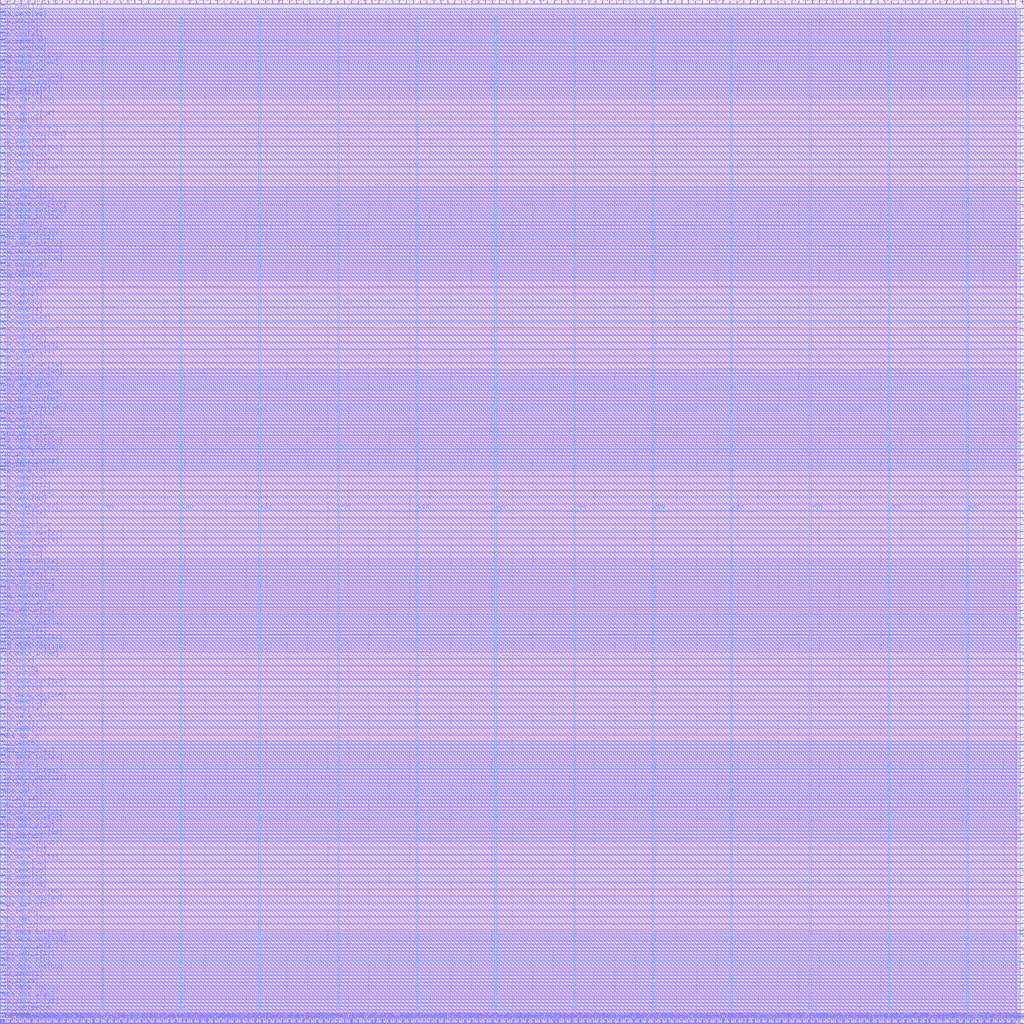
<source format=lef>
VERSION 5.7 ;
  NOWIREEXTENSIONATPIN ON ;
  DIVIDERCHAR "/" ;
  BUSBITCHARS "[]" ;
MACRO tiny_user_project
  CLASS BLOCK ;
  FOREIGN tiny_user_project ;
  ORIGIN 0.000 0.000 ;
  SIZE 1000.000 BY 1000.000 ;
  PIN io_in[0]
    DIRECTION INPUT ;
    USE SIGNAL ;
    PORT
      LAYER Metal2 ;
        RECT 981.120 1.000 981.680 4.000 ;
    END
  END io_in[0]
  PIN io_in[10]
    DIRECTION INPUT ;
    USE SIGNAL ;
    PORT
      LAYER Metal2 ;
        RECT 57.120 1.000 57.680 4.000 ;
    END
  END io_in[10]
  PIN io_in[11]
    DIRECTION INPUT ;
    USE SIGNAL ;
    PORT
      LAYER Metal3 ;
        RECT 996.000 450.240 999.000 450.800 ;
    END
  END io_in[11]
  PIN io_in[12]
    DIRECTION INPUT ;
    USE SIGNAL ;
    PORT
      LAYER Metal3 ;
        RECT 1.000 215.040 4.000 215.600 ;
    END
  END io_in[12]
  PIN io_in[13]
    DIRECTION INPUT ;
    USE SIGNAL ;
    PORT
      LAYER Metal2 ;
        RECT 322.560 996.000 323.120 999.000 ;
    END
  END io_in[13]
  PIN io_in[14]
    DIRECTION INPUT ;
    USE SIGNAL ;
    PORT
      LAYER Metal3 ;
        RECT 996.000 658.560 999.000 659.120 ;
    END
  END io_in[14]
  PIN io_in[15]
    DIRECTION INPUT ;
    USE SIGNAL ;
    PORT
      LAYER Metal2 ;
        RECT 272.160 996.000 272.720 999.000 ;
    END
  END io_in[15]
  PIN io_in[16]
    DIRECTION INPUT ;
    USE SIGNAL ;
    PORT
      LAYER Metal3 ;
        RECT 1.000 104.160 4.000 104.720 ;
    END
  END io_in[16]
  PIN io_in[17]
    DIRECTION INPUT ;
    USE SIGNAL ;
    PORT
      LAYER Metal3 ;
        RECT 996.000 957.600 999.000 958.160 ;
    END
  END io_in[17]
  PIN io_in[18]
    DIRECTION INPUT ;
    USE SIGNAL ;
    PORT
      LAYER Metal3 ;
        RECT 1.000 336.000 4.000 336.560 ;
    END
  END io_in[18]
  PIN io_in[19]
    DIRECTION INPUT ;
    USE SIGNAL ;
    PORT
      LAYER Metal2 ;
        RECT 356.160 996.000 356.720 999.000 ;
    END
  END io_in[19]
  PIN io_in[1]
    DIRECTION INPUT ;
    USE SIGNAL ;
    PORT
      LAYER Metal2 ;
        RECT 90.720 1.000 91.280 4.000 ;
    END
  END io_in[1]
  PIN io_in[20]
    DIRECTION INPUT ;
    USE SIGNAL ;
    PORT
      LAYER Metal2 ;
        RECT 238.560 996.000 239.120 999.000 ;
    END
  END io_in[20]
  PIN io_in[21]
    DIRECTION INPUT ;
    USE SIGNAL ;
    PORT
      LAYER Metal2 ;
        RECT 288.960 996.000 289.520 999.000 ;
    END
  END io_in[21]
  PIN io_in[22]
    DIRECTION INPUT ;
    USE SIGNAL ;
    PORT
      LAYER Metal3 ;
        RECT 1.000 90.720 4.000 91.280 ;
    END
  END io_in[22]
  PIN io_in[23]
    DIRECTION INPUT ;
    USE SIGNAL ;
    PORT
      LAYER Metal3 ;
        RECT 1.000 248.640 4.000 249.200 ;
    END
  END io_in[23]
  PIN io_in[24]
    DIRECTION INPUT ;
    USE SIGNAL ;
    PORT
      LAYER Metal3 ;
        RECT 996.000 745.920 999.000 746.480 ;
    END
  END io_in[24]
  PIN io_in[25]
    DIRECTION INPUT ;
    USE SIGNAL ;
    PORT
      LAYER Metal2 ;
        RECT 20.160 996.000 20.720 999.000 ;
    END
  END io_in[25]
  PIN io_in[26]
    DIRECTION INPUT ;
    USE SIGNAL ;
    PORT
      LAYER Metal2 ;
        RECT 621.600 996.000 622.160 999.000 ;
    END
  END io_in[26]
  PIN io_in[27]
    DIRECTION INPUT ;
    USE SIGNAL ;
    PORT
      LAYER Metal2 ;
        RECT 258.720 996.000 259.280 999.000 ;
    END
  END io_in[27]
  PIN io_in[28]
    DIRECTION INPUT ;
    USE SIGNAL ;
    PORT
      LAYER Metal3 ;
        RECT 1.000 36.960 4.000 37.520 ;
    END
  END io_in[28]
  PIN io_in[29]
    DIRECTION INPUT ;
    USE SIGNAL ;
    PORT
      LAYER Metal2 ;
        RECT 443.520 996.000 444.080 999.000 ;
    END
  END io_in[29]
  PIN io_in[2]
    DIRECTION INPUT ;
    USE SIGNAL ;
    PORT
      LAYER Metal3 ;
        RECT 1.000 816.480 4.000 817.040 ;
    END
  END io_in[2]
  PIN io_in[30]
    DIRECTION INPUT ;
    USE SIGNAL ;
    PORT
      LAYER Metal2 ;
        RECT 426.720 1.000 427.280 4.000 ;
    END
  END io_in[30]
  PIN io_in[31]
    DIRECTION INPUT ;
    USE SIGNAL ;
    PORT
      LAYER Metal3 ;
        RECT 1.000 288.960 4.000 289.520 ;
    END
  END io_in[31]
  PIN io_in[32]
    DIRECTION INPUT ;
    USE SIGNAL ;
    PORT
      LAYER Metal2 ;
        RECT 672.000 996.000 672.560 999.000 ;
    END
  END io_in[32]
  PIN io_in[33]
    DIRECTION INPUT ;
    USE SIGNAL ;
    PORT
      LAYER Metal2 ;
        RECT 574.560 996.000 575.120 999.000 ;
    END
  END io_in[33]
  PIN io_in[34]
    DIRECTION INPUT ;
    USE SIGNAL ;
    PORT
      LAYER Metal2 ;
        RECT 302.400 1.000 302.960 4.000 ;
    END
  END io_in[34]
  PIN io_in[35]
    DIRECTION INPUT ;
    USE SIGNAL ;
    PORT
      LAYER Metal3 ;
        RECT 996.000 665.280 999.000 665.840 ;
    END
  END io_in[35]
  PIN io_in[36]
    DIRECTION INPUT ;
    USE SIGNAL ;
    PORT
      LAYER Metal3 ;
        RECT 1.000 342.720 4.000 343.280 ;
    END
  END io_in[36]
  PIN io_in[37]
    DIRECTION INPUT ;
    USE SIGNAL ;
    PORT
      LAYER Metal2 ;
        RECT 927.360 1.000 927.920 4.000 ;
    END
  END io_in[37]
  PIN io_in[3]
    DIRECTION INPUT ;
    USE SIGNAL ;
    PORT
      LAYER Metal3 ;
        RECT 1.000 349.440 4.000 350.000 ;
    END
  END io_in[3]
  PIN io_in[4]
    DIRECTION INPUT ;
    USE SIGNAL ;
    PORT
      LAYER Metal2 ;
        RECT 944.160 996.000 944.720 999.000 ;
    END
  END io_in[4]
  PIN io_in[5]
    DIRECTION INPUT ;
    USE SIGNAL ;
    PORT
      LAYER Metal3 ;
        RECT 996.000 131.040 999.000 131.600 ;
    END
  END io_in[5]
  PIN io_in[6]
    DIRECTION INPUT ;
    USE SIGNAL ;
    PORT
      LAYER Metal3 ;
        RECT 996.000 594.720 999.000 595.280 ;
    END
  END io_in[6]
  PIN io_in[7]
    DIRECTION INPUT ;
    USE SIGNAL ;
    PORT
      LAYER Metal3 ;
        RECT 1.000 551.040 4.000 551.600 ;
    END
  END io_in[7]
  PIN io_in[8]
    DIRECTION INPUT ;
    USE SIGNAL ;
    PORT
      LAYER Metal2 ;
        RECT 467.040 996.000 467.600 999.000 ;
    END
  END io_in[8]
  PIN io_in[9]
    DIRECTION INPUT ;
    USE SIGNAL ;
    PORT
      LAYER Metal3 ;
        RECT 1.000 645.120 4.000 645.680 ;
    END
  END io_in[9]
  PIN io_oeb[0]
    DIRECTION OUTPUT TRISTATE ;
    USE SIGNAL ;
    PORT
      LAYER Metal3 ;
        RECT 996.000 362.880 999.000 363.440 ;
    END
  END io_oeb[0]
  PIN io_oeb[10]
    DIRECTION OUTPUT TRISTATE ;
    USE SIGNAL ;
    PORT
      LAYER Metal3 ;
        RECT 996.000 342.720 999.000 343.280 ;
    END
  END io_oeb[10]
  PIN io_oeb[11]
    DIRECTION OUTPUT TRISTATE ;
    USE SIGNAL ;
    PORT
      LAYER Metal2 ;
        RECT 588.000 996.000 588.560 999.000 ;
    END
  END io_oeb[11]
  PIN io_oeb[12]
    DIRECTION OUTPUT TRISTATE ;
    USE SIGNAL ;
    PORT
      LAYER Metal2 ;
        RECT 336.000 996.000 336.560 999.000 ;
    END
  END io_oeb[12]
  PIN io_oeb[13]
    DIRECTION OUTPUT TRISTATE ;
    USE SIGNAL ;
    PORT
      LAYER Metal2 ;
        RECT 742.560 1.000 743.120 4.000 ;
    END
  END io_oeb[13]
  PIN io_oeb[14]
    DIRECTION OUTPUT TRISTATE ;
    USE SIGNAL ;
    PORT
      LAYER Metal2 ;
        RECT 157.920 996.000 158.480 999.000 ;
    END
  END io_oeb[14]
  PIN io_oeb[15]
    DIRECTION OUTPUT TRISTATE ;
    USE SIGNAL ;
    PORT
      LAYER Metal3 ;
        RECT 996.000 369.600 999.000 370.160 ;
    END
  END io_oeb[15]
  PIN io_oeb[16]
    DIRECTION OUTPUT TRISTATE ;
    USE SIGNAL ;
    PORT
      LAYER Metal2 ;
        RECT 685.440 1.000 686.000 4.000 ;
    END
  END io_oeb[16]
  PIN io_oeb[17]
    DIRECTION OUTPUT TRISTATE ;
    USE SIGNAL ;
    PORT
      LAYER Metal3 ;
        RECT 1.000 987.840 4.000 988.400 ;
    END
  END io_oeb[17]
  PIN io_oeb[18]
    DIRECTION OUTPUT TRISTATE ;
    USE SIGNAL ;
    PORT
      LAYER Metal2 ;
        RECT 6.720 996.000 7.280 999.000 ;
    END
  END io_oeb[18]
  PIN io_oeb[19]
    DIRECTION OUTPUT TRISTATE ;
    USE SIGNAL ;
    PORT
      LAYER Metal3 ;
        RECT 1.000 302.400 4.000 302.960 ;
    END
  END io_oeb[19]
  PIN io_oeb[1]
    DIRECTION OUTPUT TRISTATE ;
    USE SIGNAL ;
    PORT
      LAYER Metal2 ;
        RECT 678.720 1.000 679.280 4.000 ;
    END
  END io_oeb[1]
  PIN io_oeb[20]
    DIRECTION OUTPUT TRISTATE ;
    USE SIGNAL ;
    PORT
      LAYER Metal2 ;
        RECT 164.640 996.000 165.200 999.000 ;
    END
  END io_oeb[20]
  PIN io_oeb[21]
    DIRECTION OUTPUT TRISTATE ;
    USE SIGNAL ;
    PORT
      LAYER Metal2 ;
        RECT 678.720 996.000 679.280 999.000 ;
    END
  END io_oeb[21]
  PIN io_oeb[22]
    DIRECTION OUTPUT TRISTATE ;
    USE SIGNAL ;
    PORT
      LAYER Metal3 ;
        RECT 1.000 178.080 4.000 178.640 ;
    END
  END io_oeb[22]
  PIN io_oeb[23]
    DIRECTION OUTPUT TRISTATE ;
    USE SIGNAL ;
    PORT
      LAYER Metal3 ;
        RECT 996.000 416.640 999.000 417.200 ;
    END
  END io_oeb[23]
  PIN io_oeb[24]
    DIRECTION OUTPUT TRISTATE ;
    USE SIGNAL ;
    PORT
      LAYER Metal3 ;
        RECT 996.000 991.200 999.000 991.760 ;
    END
  END io_oeb[24]
  PIN io_oeb[25]
    DIRECTION OUTPUT TRISTATE ;
    USE SIGNAL ;
    PORT
      LAYER Metal3 ;
        RECT 1.000 776.160 4.000 776.720 ;
    END
  END io_oeb[25]
  PIN io_oeb[26]
    DIRECTION OUTPUT TRISTATE ;
    USE SIGNAL ;
    PORT
      LAYER Metal2 ;
        RECT 97.440 996.000 98.000 999.000 ;
    END
  END io_oeb[26]
  PIN io_oeb[27]
    DIRECTION OUTPUT TRISTATE ;
    USE SIGNAL ;
    PORT
      LAYER Metal3 ;
        RECT 1.000 10.080 4.000 10.640 ;
    END
  END io_oeb[27]
  PIN io_oeb[28]
    DIRECTION OUTPUT TRISTATE ;
    USE SIGNAL ;
    PORT
      LAYER Metal2 ;
        RECT 601.440 996.000 602.000 999.000 ;
    END
  END io_oeb[28]
  PIN io_oeb[29]
    DIRECTION OUTPUT TRISTATE ;
    USE SIGNAL ;
    PORT
      LAYER Metal3 ;
        RECT 996.000 739.200 999.000 739.760 ;
    END
  END io_oeb[29]
  PIN io_oeb[2]
    DIRECTION OUTPUT TRISTATE ;
    USE SIGNAL ;
    PORT
      LAYER Metal3 ;
        RECT 996.000 863.520 999.000 864.080 ;
    END
  END io_oeb[2]
  PIN io_oeb[30]
    DIRECTION OUTPUT TRISTATE ;
    USE SIGNAL ;
    PORT
      LAYER Metal2 ;
        RECT 624.960 1.000 625.520 4.000 ;
    END
  END io_oeb[30]
  PIN io_oeb[31]
    DIRECTION OUTPUT TRISTATE ;
    USE SIGNAL ;
    PORT
      LAYER Metal3 ;
        RECT 1.000 876.960 4.000 877.520 ;
    END
  END io_oeb[31]
  PIN io_oeb[32]
    DIRECTION OUTPUT TRISTATE ;
    USE SIGNAL ;
    PORT
      LAYER Metal2 ;
        RECT 110.880 996.000 111.440 999.000 ;
    END
  END io_oeb[32]
  PIN io_oeb[33]
    DIRECTION OUTPUT TRISTATE ;
    USE SIGNAL ;
    PORT
      LAYER Metal2 ;
        RECT 26.880 996.000 27.440 999.000 ;
    END
  END io_oeb[33]
  PIN io_oeb[34]
    DIRECTION OUTPUT TRISTATE ;
    USE SIGNAL ;
    PORT
      LAYER Metal2 ;
        RECT 171.360 996.000 171.920 999.000 ;
    END
  END io_oeb[34]
  PIN io_oeb[35]
    DIRECTION OUTPUT TRISTATE ;
    USE SIGNAL ;
    PORT
      LAYER Metal3 ;
        RECT 1.000 540.960 4.000 541.520 ;
    END
  END io_oeb[35]
  PIN io_oeb[36]
    DIRECTION OUTPUT TRISTATE ;
    USE SIGNAL ;
    PORT
      LAYER Metal2 ;
        RECT 446.880 1.000 447.440 4.000 ;
    END
  END io_oeb[36]
  PIN io_oeb[37]
    DIRECTION OUTPUT TRISTATE ;
    USE SIGNAL ;
    PORT
      LAYER Metal3 ;
        RECT 1.000 729.120 4.000 729.680 ;
    END
  END io_oeb[37]
  PIN io_oeb[3]
    DIRECTION OUTPUT TRISTATE ;
    USE SIGNAL ;
    PORT
      LAYER Metal2 ;
        RECT 759.360 996.000 759.920 999.000 ;
    END
  END io_oeb[3]
  PIN io_oeb[4]
    DIRECTION OUTPUT TRISTATE ;
    USE SIGNAL ;
    PORT
      LAYER Metal2 ;
        RECT 507.360 1.000 507.920 4.000 ;
    END
  END io_oeb[4]
  PIN io_oeb[5]
    DIRECTION OUTPUT TRISTATE ;
    USE SIGNAL ;
    PORT
      LAYER Metal3 ;
        RECT 1.000 268.800 4.000 269.360 ;
    END
  END io_oeb[5]
  PIN io_oeb[6]
    DIRECTION OUTPUT TRISTATE ;
    USE SIGNAL ;
    PORT
      LAYER Metal2 ;
        RECT 712.320 996.000 712.880 999.000 ;
    END
  END io_oeb[6]
  PIN io_oeb[7]
    DIRECTION OUTPUT TRISTATE ;
    USE SIGNAL ;
    PORT
      LAYER Metal2 ;
        RECT 964.320 996.000 964.880 999.000 ;
    END
  END io_oeb[7]
  PIN io_oeb[8]
    DIRECTION OUTPUT TRISTATE ;
    USE SIGNAL ;
    PORT
      LAYER Metal3 ;
        RECT 1.000 705.600 4.000 706.160 ;
    END
  END io_oeb[8]
  PIN io_oeb[9]
    DIRECTION OUTPUT TRISTATE ;
    USE SIGNAL ;
    PORT
      LAYER Metal2 ;
        RECT 87.360 996.000 87.920 999.000 ;
    END
  END io_oeb[9]
  PIN io_out[0]
    DIRECTION OUTPUT TRISTATE ;
    USE SIGNAL ;
    PORT
      LAYER Metal3 ;
        RECT 1.000 974.400 4.000 974.960 ;
    END
  END io_out[0]
  PIN io_out[10]
    DIRECTION OUTPUT TRISTATE ;
    USE SIGNAL ;
    PORT
      LAYER Metal2 ;
        RECT 937.440 996.000 938.000 999.000 ;
    END
  END io_out[10]
  PIN io_out[11]
    DIRECTION OUTPUT TRISTATE ;
    USE SIGNAL ;
    PORT
      LAYER Metal3 ;
        RECT 1.000 453.600 4.000 454.160 ;
    END
  END io_out[11]
  PIN io_out[12]
    DIRECTION OUTPUT TRISTATE ;
    USE SIGNAL ;
    PORT
      LAYER Metal3 ;
        RECT 996.000 930.720 999.000 931.280 ;
    END
  END io_out[12]
  PIN io_out[13]
    DIRECTION OUTPUT TRISTATE ;
    USE SIGNAL ;
    PORT
      LAYER Metal3 ;
        RECT 1.000 322.560 4.000 323.120 ;
    END
  END io_out[13]
  PIN io_out[14]
    DIRECTION OUTPUT TRISTATE ;
    USE SIGNAL ;
    PORT
      LAYER Metal2 ;
        RECT 131.040 1.000 131.600 4.000 ;
    END
  END io_out[14]
  PIN io_out[15]
    DIRECTION OUTPUT TRISTATE ;
    USE SIGNAL ;
    PORT
      LAYER Metal3 ;
        RECT 996.000 779.520 999.000 780.080 ;
    END
  END io_out[15]
  PIN io_out[16]
    DIRECTION OUTPUT TRISTATE ;
    USE SIGNAL ;
    PORT
      LAYER Metal3 ;
        RECT 996.000 238.560 999.000 239.120 ;
    END
  END io_out[16]
  PIN io_out[17]
    DIRECTION OUTPUT TRISTATE ;
    USE SIGNAL ;
    PORT
      LAYER Metal3 ;
        RECT 996.000 651.840 999.000 652.400 ;
    END
  END io_out[17]
  PIN io_out[18]
    DIRECTION OUTPUT TRISTATE ;
    USE SIGNAL ;
    PORT
      LAYER Metal3 ;
        RECT 996.000 897.120 999.000 897.680 ;
    END
  END io_out[18]
  PIN io_out[19]
    DIRECTION OUTPUT TRISTATE ;
    USE SIGNAL ;
    PORT
      LAYER Metal3 ;
        RECT 996.000 786.240 999.000 786.800 ;
    END
  END io_out[19]
  PIN io_out[1]
    DIRECTION OUTPUT TRISTATE ;
    USE SIGNAL ;
    PORT
      LAYER Metal2 ;
        RECT 117.600 1.000 118.160 4.000 ;
    END
  END io_out[1]
  PIN io_out[20]
    DIRECTION OUTPUT TRISTATE ;
    USE SIGNAL ;
    PORT
      LAYER Metal2 ;
        RECT 769.440 1.000 770.000 4.000 ;
    END
  END io_out[20]
  PIN io_out[21]
    DIRECTION OUTPUT TRISTATE ;
    USE SIGNAL ;
    PORT
      LAYER Metal3 ;
        RECT 1.000 960.960 4.000 961.520 ;
    END
  END io_out[21]
  PIN io_out[22]
    DIRECTION OUTPUT TRISTATE ;
    USE SIGNAL ;
    PORT
      LAYER Metal2 ;
        RECT 954.240 1.000 954.800 4.000 ;
    END
  END io_out[22]
  PIN io_out[23]
    DIRECTION OUTPUT TRISTATE ;
    USE SIGNAL ;
    PORT
      LAYER Metal2 ;
        RECT 557.760 1.000 558.320 4.000 ;
    END
  END io_out[23]
  PIN io_out[24]
    DIRECTION OUTPUT TRISTATE ;
    USE SIGNAL ;
    PORT
      LAYER Metal3 ;
        RECT 996.000 117.600 999.000 118.160 ;
    END
  END io_out[24]
  PIN io_out[25]
    DIRECTION OUTPUT TRISTATE ;
    USE SIGNAL ;
    PORT
      LAYER Metal3 ;
        RECT 1.000 678.720 4.000 679.280 ;
    END
  END io_out[25]
  PIN io_out[26]
    DIRECTION OUTPUT TRISTATE ;
    USE SIGNAL ;
    PORT
      LAYER Metal2 ;
        RECT 184.800 996.000 185.360 999.000 ;
    END
  END io_out[26]
  PIN io_out[27]
    DIRECTION OUTPUT TRISTATE ;
    USE SIGNAL ;
    PORT
      LAYER Metal3 ;
        RECT 996.000 6.720 999.000 7.280 ;
    END
  END io_out[27]
  PIN io_out[28]
    DIRECTION OUTPUT TRISTATE ;
    USE SIGNAL ;
    PORT
      LAYER Metal3 ;
        RECT 996.000 561.120 999.000 561.680 ;
    END
  END io_out[28]
  PIN io_out[29]
    DIRECTION OUTPUT TRISTATE ;
    USE SIGNAL ;
    PORT
      LAYER Metal2 ;
        RECT 235.200 1.000 235.760 4.000 ;
    END
  END io_out[29]
  PIN io_out[2]
    DIRECTION OUTPUT TRISTATE ;
    USE SIGNAL ;
    PORT
      LAYER Metal2 ;
        RECT 957.600 996.000 958.160 999.000 ;
    END
  END io_out[2]
  PIN io_out[30]
    DIRECTION OUTPUT TRISTATE ;
    USE SIGNAL ;
    PORT
      LAYER Metal2 ;
        RECT 315.840 1.000 316.400 4.000 ;
    END
  END io_out[30]
  PIN io_out[31]
    DIRECTION OUTPUT TRISTATE ;
    USE SIGNAL ;
    PORT
      LAYER Metal3 ;
        RECT 996.000 883.680 999.000 884.240 ;
    END
  END io_out[31]
  PIN io_out[32]
    DIRECTION OUTPUT TRISTATE ;
    USE SIGNAL ;
    PORT
      LAYER Metal2 ;
        RECT 907.200 1.000 907.760 4.000 ;
    END
  END io_out[32]
  PIN io_out[33]
    DIRECTION OUTPUT TRISTATE ;
    USE SIGNAL ;
    PORT
      LAYER Metal3 ;
        RECT 996.000 759.360 999.000 759.920 ;
    END
  END io_out[33]
  PIN io_out[34]
    DIRECTION OUTPUT TRISTATE ;
    USE SIGNAL ;
    PORT
      LAYER Metal2 ;
        RECT 991.200 996.000 991.760 999.000 ;
    END
  END io_out[34]
  PIN io_out[35]
    DIRECTION OUTPUT TRISTATE ;
    USE SIGNAL ;
    PORT
      LAYER Metal3 ;
        RECT 996.000 678.720 999.000 679.280 ;
    END
  END io_out[35]
  PIN io_out[36]
    DIRECTION OUTPUT TRISTATE ;
    USE SIGNAL ;
    PORT
      LAYER Metal2 ;
        RECT 178.080 996.000 178.640 999.000 ;
    END
  END io_out[36]
  PIN io_out[37]
    DIRECTION OUTPUT TRISTATE ;
    USE SIGNAL ;
    PORT
      LAYER Metal2 ;
        RECT 903.840 1.000 904.400 4.000 ;
    END
  END io_out[37]
  PIN io_out[3]
    DIRECTION OUTPUT TRISTATE ;
    USE SIGNAL ;
    PORT
      LAYER Metal3 ;
        RECT 1.000 487.200 4.000 487.760 ;
    END
  END io_out[3]
  PIN io_out[4]
    DIRECTION OUTPUT TRISTATE ;
    USE SIGNAL ;
    PORT
      LAYER Metal3 ;
        RECT 996.000 104.160 999.000 104.720 ;
    END
  END io_out[4]
  PIN io_out[5]
    DIRECTION OUTPUT TRISTATE ;
    USE SIGNAL ;
    PORT
      LAYER Metal3 ;
        RECT 996.000 628.320 999.000 628.880 ;
    END
  END io_out[5]
  PIN io_out[6]
    DIRECTION OUTPUT TRISTATE ;
    USE SIGNAL ;
    PORT
      LAYER Metal2 ;
        RECT 493.920 996.000 494.480 999.000 ;
    END
  END io_out[6]
  PIN io_out[7]
    DIRECTION OUTPUT TRISTATE ;
    USE SIGNAL ;
    PORT
      LAYER Metal3 ;
        RECT 1.000 228.480 4.000 229.040 ;
    END
  END io_out[7]
  PIN io_out[8]
    DIRECTION OUTPUT TRISTATE ;
    USE SIGNAL ;
    PORT
      LAYER Metal2 ;
        RECT 396.480 996.000 397.040 999.000 ;
    END
  END io_out[8]
  PIN io_out[9]
    DIRECTION OUTPUT TRISTATE ;
    USE SIGNAL ;
    PORT
      LAYER Metal3 ;
        RECT 1.000 967.680 4.000 968.240 ;
    END
  END io_out[9]
  PIN irq[0]
    DIRECTION OUTPUT TRISTATE ;
    USE SIGNAL ;
    PORT
      LAYER Metal2 ;
        RECT 322.560 1.000 323.120 4.000 ;
    END
  END irq[0]
  PIN irq[1]
    DIRECTION OUTPUT TRISTATE ;
    USE SIGNAL ;
    PORT
      LAYER Metal3 ;
        RECT 996.000 409.920 999.000 410.480 ;
    END
  END irq[1]
  PIN irq[2]
    DIRECTION OUTPUT TRISTATE ;
    USE SIGNAL ;
    PORT
      LAYER Metal2 ;
        RECT 786.240 996.000 786.800 999.000 ;
    END
  END irq[2]
  PIN la_data_in[0]
    DIRECTION INPUT ;
    USE SIGNAL ;
    PORT
      LAYER Metal3 ;
        RECT 996.000 514.080 999.000 514.640 ;
    END
  END la_data_in[0]
  PIN la_data_in[100]
    DIRECTION INPUT ;
    USE SIGNAL ;
    PORT
      LAYER Metal3 ;
        RECT 996.000 288.960 999.000 289.520 ;
    END
  END la_data_in[100]
  PIN la_data_in[101]
    DIRECTION INPUT ;
    USE SIGNAL ;
    PORT
      LAYER Metal2 ;
        RECT 430.080 996.000 430.640 999.000 ;
    END
  END la_data_in[101]
  PIN la_data_in[102]
    DIRECTION INPUT ;
    USE SIGNAL ;
    PORT
      LAYER Metal2 ;
        RECT 144.480 996.000 145.040 999.000 ;
    END
  END la_data_in[102]
  PIN la_data_in[103]
    DIRECTION INPUT ;
    USE SIGNAL ;
    PORT
      LAYER Metal3 ;
        RECT 996.000 917.280 999.000 917.840 ;
    END
  END la_data_in[103]
  PIN la_data_in[104]
    DIRECTION INPUT ;
    USE SIGNAL ;
    PORT
      LAYER Metal3 ;
        RECT 1.000 749.280 4.000 749.840 ;
    END
  END la_data_in[104]
  PIN la_data_in[105]
    DIRECTION INPUT ;
    USE SIGNAL ;
    PORT
      LAYER Metal3 ;
        RECT 996.000 635.040 999.000 635.600 ;
    END
  END la_data_in[105]
  PIN la_data_in[106]
    DIRECTION INPUT ;
    USE SIGNAL ;
    PORT
      LAYER Metal3 ;
        RECT 996.000 110.880 999.000 111.440 ;
    END
  END la_data_in[106]
  PIN la_data_in[107]
    DIRECTION INPUT ;
    USE SIGNAL ;
    PORT
      LAYER Metal2 ;
        RECT 534.240 996.000 534.800 999.000 ;
    END
  END la_data_in[107]
  PIN la_data_in[108]
    DIRECTION INPUT ;
    USE SIGNAL ;
    PORT
      LAYER Metal3 ;
        RECT 996.000 272.160 999.000 272.720 ;
    END
  END la_data_in[108]
  PIN la_data_in[109]
    DIRECTION INPUT ;
    USE SIGNAL ;
    PORT
      LAYER Metal2 ;
        RECT 705.600 996.000 706.160 999.000 ;
    END
  END la_data_in[109]
  PIN la_data_in[10]
    DIRECTION INPUT ;
    USE SIGNAL ;
    PORT
      LAYER Metal3 ;
        RECT 1.000 769.440 4.000 770.000 ;
    END
  END la_data_in[10]
  PIN la_data_in[110]
    DIRECTION INPUT ;
    USE SIGNAL ;
    PORT
      LAYER Metal2 ;
        RECT 30.240 1.000 30.800 4.000 ;
    END
  END la_data_in[110]
  PIN la_data_in[111]
    DIRECTION INPUT ;
    USE SIGNAL ;
    PORT
      LAYER Metal3 ;
        RECT 996.000 638.400 999.000 638.960 ;
    END
  END la_data_in[111]
  PIN la_data_in[112]
    DIRECTION INPUT ;
    USE SIGNAL ;
    PORT
      LAYER Metal3 ;
        RECT 1.000 782.880 4.000 783.440 ;
    END
  END la_data_in[112]
  PIN la_data_in[113]
    DIRECTION INPUT ;
    USE SIGNAL ;
    PORT
      LAYER Metal3 ;
        RECT 996.000 164.640 999.000 165.200 ;
    END
  END la_data_in[113]
  PIN la_data_in[114]
    DIRECTION INPUT ;
    USE SIGNAL ;
    PORT
      LAYER Metal2 ;
        RECT 732.480 996.000 733.040 999.000 ;
    END
  END la_data_in[114]
  PIN la_data_in[115]
    DIRECTION INPUT ;
    USE SIGNAL ;
    PORT
      LAYER Metal2 ;
        RECT 241.920 1.000 242.480 4.000 ;
    END
  END la_data_in[115]
  PIN la_data_in[116]
    DIRECTION INPUT ;
    USE SIGNAL ;
    PORT
      LAYER Metal2 ;
        RECT 440.160 1.000 440.720 4.000 ;
    END
  END la_data_in[116]
  PIN la_data_in[117]
    DIRECTION INPUT ;
    USE SIGNAL ;
    PORT
      LAYER Metal2 ;
        RECT 389.760 996.000 390.320 999.000 ;
    END
  END la_data_in[117]
  PIN la_data_in[118]
    DIRECTION INPUT ;
    USE SIGNAL ;
    PORT
      LAYER Metal2 ;
        RECT 799.680 996.000 800.240 999.000 ;
    END
  END la_data_in[118]
  PIN la_data_in[119]
    DIRECTION INPUT ;
    USE SIGNAL ;
    PORT
      LAYER Metal3 ;
        RECT 996.000 608.160 999.000 608.720 ;
    END
  END la_data_in[119]
  PIN la_data_in[11]
    DIRECTION INPUT ;
    USE SIGNAL ;
    PORT
      LAYER Metal3 ;
        RECT 1.000 719.040 4.000 719.600 ;
    END
  END la_data_in[11]
  PIN la_data_in[120]
    DIRECTION INPUT ;
    USE SIGNAL ;
    PORT
      LAYER Metal2 ;
        RECT 665.280 996.000 665.840 999.000 ;
    END
  END la_data_in[120]
  PIN la_data_in[121]
    DIRECTION INPUT ;
    USE SIGNAL ;
    PORT
      LAYER Metal2 ;
        RECT 974.400 1.000 974.960 4.000 ;
    END
  END la_data_in[121]
  PIN la_data_in[122]
    DIRECTION INPUT ;
    USE SIGNAL ;
    PORT
      LAYER Metal2 ;
        RECT 33.600 996.000 34.160 999.000 ;
    END
  END la_data_in[122]
  PIN la_data_in[123]
    DIRECTION INPUT ;
    USE SIGNAL ;
    PORT
      LAYER Metal3 ;
        RECT 996.000 20.160 999.000 20.720 ;
    END
  END la_data_in[123]
  PIN la_data_in[124]
    DIRECTION INPUT ;
    USE SIGNAL ;
    PORT
      LAYER Metal2 ;
        RECT 73.920 996.000 74.480 999.000 ;
    END
  END la_data_in[124]
  PIN la_data_in[125]
    DIRECTION INPUT ;
    USE SIGNAL ;
    PORT
      LAYER Metal3 ;
        RECT 1.000 255.360 4.000 255.920 ;
    END
  END la_data_in[125]
  PIN la_data_in[126]
    DIRECTION INPUT ;
    USE SIGNAL ;
    PORT
      LAYER Metal2 ;
        RECT 762.720 1.000 763.280 4.000 ;
    END
  END la_data_in[126]
  PIN la_data_in[127]
    DIRECTION INPUT ;
    USE SIGNAL ;
    PORT
      LAYER Metal3 ;
        RECT 1.000 534.240 4.000 534.800 ;
    END
  END la_data_in[127]
  PIN la_data_in[12]
    DIRECTION INPUT ;
    USE SIGNAL ;
    PORT
      LAYER Metal3 ;
        RECT 1.000 446.880 4.000 447.440 ;
    END
  END la_data_in[12]
  PIN la_data_in[13]
    DIRECTION INPUT ;
    USE SIGNAL ;
    PORT
      LAYER Metal2 ;
        RECT 890.400 1.000 890.960 4.000 ;
    END
  END la_data_in[13]
  PIN la_data_in[14]
    DIRECTION INPUT ;
    USE SIGNAL ;
    PORT
      LAYER Metal3 ;
        RECT 996.000 725.760 999.000 726.320 ;
    END
  END la_data_in[14]
  PIN la_data_in[15]
    DIRECTION INPUT ;
    USE SIGNAL ;
    PORT
      LAYER Metal3 ;
        RECT 1.000 157.920 4.000 158.480 ;
    END
  END la_data_in[15]
  PIN la_data_in[16]
    DIRECTION INPUT ;
    USE SIGNAL ;
    PORT
      LAYER Metal3 ;
        RECT 996.000 430.080 999.000 430.640 ;
    END
  END la_data_in[16]
  PIN la_data_in[17]
    DIRECTION INPUT ;
    USE SIGNAL ;
    PORT
      LAYER Metal3 ;
        RECT 1.000 406.560 4.000 407.120 ;
    END
  END la_data_in[17]
  PIN la_data_in[18]
    DIRECTION INPUT ;
    USE SIGNAL ;
    PORT
      LAYER Metal3 ;
        RECT 996.000 843.360 999.000 843.920 ;
    END
  END la_data_in[18]
  PIN la_data_in[19]
    DIRECTION INPUT ;
    USE SIGNAL ;
    PORT
      LAYER Metal2 ;
        RECT 752.640 996.000 753.200 999.000 ;
    END
  END la_data_in[19]
  PIN la_data_in[1]
    DIRECTION INPUT ;
    USE SIGNAL ;
    PORT
      LAYER Metal2 ;
        RECT 248.640 1.000 249.200 4.000 ;
    END
  END la_data_in[1]
  PIN la_data_in[20]
    DIRECTION INPUT ;
    USE SIGNAL ;
    PORT
      LAYER Metal2 ;
        RECT 0.000 996.000 0.560 999.000 ;
    END
  END la_data_in[20]
  PIN la_data_in[21]
    DIRECTION INPUT ;
    USE SIGNAL ;
    PORT
      LAYER Metal3 ;
        RECT 1.000 30.240 4.000 30.800 ;
    END
  END la_data_in[21]
  PIN la_data_in[22]
    DIRECTION INPUT ;
    USE SIGNAL ;
    PORT
      LAYER Metal2 ;
        RECT 665.280 1.000 665.840 4.000 ;
    END
  END la_data_in[22]
  PIN la_data_in[23]
    DIRECTION INPUT ;
    USE SIGNAL ;
    PORT
      LAYER Metal3 ;
        RECT 996.000 534.240 999.000 534.800 ;
    END
  END la_data_in[23]
  PIN la_data_in[24]
    DIRECTION INPUT ;
    USE SIGNAL ;
    PORT
      LAYER Metal3 ;
        RECT 996.000 204.960 999.000 205.520 ;
    END
  END la_data_in[24]
  PIN la_data_in[25]
    DIRECTION INPUT ;
    USE SIGNAL ;
    PORT
      LAYER Metal3 ;
        RECT 1.000 658.560 4.000 659.120 ;
    END
  END la_data_in[25]
  PIN la_data_in[26]
    DIRECTION INPUT ;
    USE SIGNAL ;
    PORT
      LAYER Metal3 ;
        RECT 996.000 806.400 999.000 806.960 ;
    END
  END la_data_in[26]
  PIN la_data_in[27]
    DIRECTION INPUT ;
    USE SIGNAL ;
    PORT
      LAYER Metal3 ;
        RECT 1.000 70.560 4.000 71.120 ;
    END
  END la_data_in[27]
  PIN la_data_in[28]
    DIRECTION INPUT ;
    USE SIGNAL ;
    PORT
      LAYER Metal3 ;
        RECT 996.000 601.440 999.000 602.000 ;
    END
  END la_data_in[28]
  PIN la_data_in[29]
    DIRECTION INPUT ;
    USE SIGNAL ;
    PORT
      LAYER Metal2 ;
        RECT 719.040 1.000 719.600 4.000 ;
    END
  END la_data_in[29]
  PIN la_data_in[2]
    DIRECTION INPUT ;
    USE SIGNAL ;
    PORT
      LAYER Metal2 ;
        RECT 796.320 1.000 796.880 4.000 ;
    END
  END la_data_in[2]
  PIN la_data_in[30]
    DIRECTION INPUT ;
    USE SIGNAL ;
    PORT
      LAYER Metal2 ;
        RECT 940.800 1.000 941.360 4.000 ;
    END
  END la_data_in[30]
  PIN la_data_in[31]
    DIRECTION INPUT ;
    USE SIGNAL ;
    PORT
      LAYER Metal2 ;
        RECT 349.440 996.000 350.000 999.000 ;
    END
  END la_data_in[31]
  PIN la_data_in[32]
    DIRECTION INPUT ;
    USE SIGNAL ;
    PORT
      LAYER Metal2 ;
        RECT 729.120 1.000 729.680 4.000 ;
    END
  END la_data_in[32]
  PIN la_data_in[33]
    DIRECTION INPUT ;
    USE SIGNAL ;
    PORT
      LAYER Metal2 ;
        RECT 413.280 1.000 413.840 4.000 ;
    END
  END la_data_in[33]
  PIN la_data_in[34]
    DIRECTION INPUT ;
    USE SIGNAL ;
    PORT
      LAYER Metal2 ;
        RECT 450.240 996.000 450.800 999.000 ;
    END
  END la_data_in[34]
  PIN la_data_in[35]
    DIRECTION INPUT ;
    USE SIGNAL ;
    PORT
      LAYER Metal3 ;
        RECT 1.000 829.920 4.000 830.480 ;
    END
  END la_data_in[35]
  PIN la_data_in[36]
    DIRECTION INPUT ;
    USE SIGNAL ;
    PORT
      LAYER Metal2 ;
        RECT 779.520 996.000 780.080 999.000 ;
    END
  END la_data_in[36]
  PIN la_data_in[37]
    DIRECTION INPUT ;
    USE SIGNAL ;
    PORT
      LAYER Metal2 ;
        RECT 971.040 996.000 971.600 999.000 ;
    END
  END la_data_in[37]
  PIN la_data_in[38]
    DIRECTION INPUT ;
    USE SIGNAL ;
    PORT
      LAYER Metal3 ;
        RECT 996.000 443.520 999.000 444.080 ;
    END
  END la_data_in[38]
  PIN la_data_in[39]
    DIRECTION INPUT ;
    USE SIGNAL ;
    PORT
      LAYER Metal2 ;
        RECT 16.800 1.000 17.360 4.000 ;
    END
  END la_data_in[39]
  PIN la_data_in[3]
    DIRECTION INPUT ;
    USE SIGNAL ;
    PORT
      LAYER Metal3 ;
        RECT 1.000 514.080 4.000 514.640 ;
    END
  END la_data_in[3]
  PIN la_data_in[40]
    DIRECTION INPUT ;
    USE SIGNAL ;
    PORT
      LAYER Metal2 ;
        RECT 201.600 1.000 202.160 4.000 ;
    END
  END la_data_in[40]
  PIN la_data_in[41]
    DIRECTION INPUT ;
    USE SIGNAL ;
    PORT
      LAYER Metal2 ;
        RECT 262.080 1.000 262.640 4.000 ;
    END
  END la_data_in[41]
  PIN la_data_in[42]
    DIRECTION INPUT ;
    USE SIGNAL ;
    PORT
      LAYER Metal3 ;
        RECT 996.000 460.320 999.000 460.880 ;
    END
  END la_data_in[42]
  PIN la_data_in[43]
    DIRECTION INPUT ;
    USE SIGNAL ;
    PORT
      LAYER Metal3 ;
        RECT 996.000 772.800 999.000 773.360 ;
    END
  END la_data_in[43]
  PIN la_data_in[44]
    DIRECTION INPUT ;
    USE SIGNAL ;
    PORT
      LAYER Metal2 ;
        RECT 315.840 996.000 316.400 999.000 ;
    END
  END la_data_in[44]
  PIN la_data_in[45]
    DIRECTION INPUT ;
    USE SIGNAL ;
    PORT
      LAYER Metal3 ;
        RECT 1.000 171.360 4.000 171.920 ;
    END
  END la_data_in[45]
  PIN la_data_in[46]
    DIRECTION INPUT ;
    USE SIGNAL ;
    PORT
      LAYER Metal3 ;
        RECT 1.000 544.320 4.000 544.880 ;
    END
  END la_data_in[46]
  PIN la_data_in[47]
    DIRECTION INPUT ;
    USE SIGNAL ;
    PORT
      LAYER Metal2 ;
        RECT 672.000 1.000 672.560 4.000 ;
    END
  END la_data_in[47]
  PIN la_data_in[48]
    DIRECTION INPUT ;
    USE SIGNAL ;
    PORT
      LAYER Metal2 ;
        RECT 698.880 996.000 699.440 999.000 ;
    END
  END la_data_in[48]
  PIN la_data_in[49]
    DIRECTION INPUT ;
    USE SIGNAL ;
    PORT
      LAYER Metal2 ;
        RECT 194.880 1.000 195.440 4.000 ;
    END
  END la_data_in[49]
  PIN la_data_in[4]
    DIRECTION INPUT ;
    USE SIGNAL ;
    PORT
      LAYER Metal2 ;
        RECT 349.440 1.000 350.000 4.000 ;
    END
  END la_data_in[4]
  PIN la_data_in[50]
    DIRECTION INPUT ;
    USE SIGNAL ;
    PORT
      LAYER Metal3 ;
        RECT 1.000 16.800 4.000 17.360 ;
    END
  END la_data_in[50]
  PIN la_data_in[51]
    DIRECTION INPUT ;
    USE SIGNAL ;
    PORT
      LAYER Metal3 ;
        RECT 1.000 994.560 4.000 995.120 ;
    END
  END la_data_in[51]
  PIN la_data_in[52]
    DIRECTION INPUT ;
    USE SIGNAL ;
    PORT
      LAYER Metal2 ;
        RECT 950.880 996.000 951.440 999.000 ;
    END
  END la_data_in[52]
  PIN la_data_in[53]
    DIRECTION INPUT ;
    USE SIGNAL ;
    PORT
      LAYER Metal3 ;
        RECT 996.000 198.240 999.000 198.800 ;
    END
  END la_data_in[53]
  PIN la_data_in[54]
    DIRECTION INPUT ;
    USE SIGNAL ;
    PORT
      LAYER Metal2 ;
        RECT 124.320 1.000 124.880 4.000 ;
    END
  END la_data_in[54]
  PIN la_data_in[55]
    DIRECTION INPUT ;
    USE SIGNAL ;
    PORT
      LAYER Metal2 ;
        RECT 473.760 1.000 474.320 4.000 ;
    END
  END la_data_in[55]
  PIN la_data_in[56]
    DIRECTION INPUT ;
    USE SIGNAL ;
    PORT
      LAYER Metal2 ;
        RECT 3.360 1.000 3.920 4.000 ;
    END
  END la_data_in[56]
  PIN la_data_in[57]
    DIRECTION INPUT ;
    USE SIGNAL ;
    PORT
      LAYER Metal2 ;
        RECT 749.280 1.000 749.840 4.000 ;
    END
  END la_data_in[57]
  PIN la_data_in[58]
    DIRECTION INPUT ;
    USE SIGNAL ;
    PORT
      LAYER Metal2 ;
        RECT 823.200 996.000 823.760 999.000 ;
    END
  END la_data_in[58]
  PIN la_data_in[59]
    DIRECTION INPUT ;
    USE SIGNAL ;
    PORT
      LAYER Metal2 ;
        RECT 876.960 1.000 877.520 4.000 ;
    END
  END la_data_in[59]
  PIN la_data_in[5]
    DIRECTION INPUT ;
    USE SIGNAL ;
    PORT
      LAYER Metal3 ;
        RECT 1.000 420.000 4.000 420.560 ;
    END
  END la_data_in[5]
  PIN la_data_in[60]
    DIRECTION INPUT ;
    USE SIGNAL ;
    PORT
      LAYER Metal2 ;
        RECT 60.480 996.000 61.040 999.000 ;
    END
  END la_data_in[60]
  PIN la_data_in[61]
    DIRECTION INPUT ;
    USE SIGNAL ;
    PORT
      LAYER Metal2 ;
        RECT 208.320 1.000 208.880 4.000 ;
    END
  END la_data_in[61]
  PIN la_data_in[62]
    DIRECTION INPUT ;
    USE SIGNAL ;
    PORT
      LAYER Metal3 ;
        RECT 996.000 252.000 999.000 252.560 ;
    END
  END la_data_in[62]
  PIN la_data_in[63]
    DIRECTION INPUT ;
    USE SIGNAL ;
    PORT
      LAYER Metal3 ;
        RECT 1.000 557.760 4.000 558.320 ;
    END
  END la_data_in[63]
  PIN la_data_in[64]
    DIRECTION INPUT ;
    USE SIGNAL ;
    PORT
      LAYER Metal3 ;
        RECT 996.000 944.160 999.000 944.720 ;
    END
  END la_data_in[64]
  PIN la_data_in[65]
    DIRECTION INPUT ;
    USE SIGNAL ;
    PORT
      LAYER Metal2 ;
        RECT 870.240 1.000 870.800 4.000 ;
    END
  END la_data_in[65]
  PIN la_data_in[66]
    DIRECTION INPUT ;
    USE SIGNAL ;
    PORT
      LAYER Metal3 ;
        RECT 1.000 934.080 4.000 934.640 ;
    END
  END la_data_in[66]
  PIN la_data_in[67]
    DIRECTION INPUT ;
    USE SIGNAL ;
    PORT
      LAYER Metal2 ;
        RECT 403.200 996.000 403.760 999.000 ;
    END
  END la_data_in[67]
  PIN la_data_in[68]
    DIRECTION INPUT ;
    USE SIGNAL ;
    PORT
      LAYER Metal3 ;
        RECT 1.000 241.920 4.000 242.480 ;
    END
  END la_data_in[68]
  PIN la_data_in[69]
    DIRECTION INPUT ;
    USE SIGNAL ;
    PORT
      LAYER Metal3 ;
        RECT 996.000 732.480 999.000 733.040 ;
    END
  END la_data_in[69]
  PIN la_data_in[6]
    DIRECTION INPUT ;
    USE SIGNAL ;
    PORT
      LAYER Metal3 ;
        RECT 996.000 403.200 999.000 403.760 ;
    END
  END la_data_in[6]
  PIN la_data_in[70]
    DIRECTION INPUT ;
    USE SIGNAL ;
    PORT
      LAYER Metal3 ;
        RECT 996.000 258.720 999.000 259.280 ;
    END
  END la_data_in[70]
  PIN la_data_in[71]
    DIRECTION INPUT ;
    USE SIGNAL ;
    PORT
      LAYER Metal3 ;
        RECT 996.000 191.520 999.000 192.080 ;
    END
  END la_data_in[71]
  PIN la_data_in[72]
    DIRECTION INPUT ;
    USE SIGNAL ;
    PORT
      LAYER Metal2 ;
        RECT 231.840 996.000 232.400 999.000 ;
    END
  END la_data_in[72]
  PIN la_data_in[73]
    DIRECTION INPUT ;
    USE SIGNAL ;
    PORT
      LAYER Metal2 ;
        RECT 994.560 1.000 995.120 4.000 ;
    END
  END la_data_in[73]
  PIN la_data_in[74]
    DIRECTION INPUT ;
    USE SIGNAL ;
    PORT
      LAYER Metal2 ;
        RECT 493.920 1.000 494.480 4.000 ;
    END
  END la_data_in[74]
  PIN la_data_in[75]
    DIRECTION INPUT ;
    USE SIGNAL ;
    PORT
      LAYER Metal2 ;
        RECT 393.120 1.000 393.680 4.000 ;
    END
  END la_data_in[75]
  PIN la_data_in[76]
    DIRECTION INPUT ;
    USE SIGNAL ;
    PORT
      LAYER Metal2 ;
        RECT 487.200 1.000 487.760 4.000 ;
    END
  END la_data_in[76]
  PIN la_data_in[77]
    DIRECTION INPUT ;
    USE SIGNAL ;
    PORT
      LAYER Metal3 ;
        RECT 996.000 645.120 999.000 645.680 ;
    END
  END la_data_in[77]
  PIN la_data_in[78]
    DIRECTION INPUT ;
    USE SIGNAL ;
    PORT
      LAYER Metal3 ;
        RECT 996.000 799.680 999.000 800.240 ;
    END
  END la_data_in[78]
  PIN la_data_in[79]
    DIRECTION INPUT ;
    USE SIGNAL ;
    PORT
      LAYER Metal3 ;
        RECT 996.000 282.240 999.000 282.800 ;
    END
  END la_data_in[79]
  PIN la_data_in[7]
    DIRECTION INPUT ;
    USE SIGNAL ;
    PORT
      LAYER Metal3 ;
        RECT 996.000 315.840 999.000 316.400 ;
    END
  END la_data_in[7]
  PIN la_data_in[80]
    DIRECTION INPUT ;
    USE SIGNAL ;
    PORT
      LAYER Metal2 ;
        RECT 823.200 1.000 823.760 4.000 ;
    END
  END la_data_in[80]
  PIN la_data_in[81]
    DIRECTION INPUT ;
    USE SIGNAL ;
    PORT
      LAYER Metal3 ;
        RECT 996.000 322.560 999.000 323.120 ;
    END
  END la_data_in[81]
  PIN la_data_in[82]
    DIRECTION INPUT ;
    USE SIGNAL ;
    PORT
      LAYER Metal3 ;
        RECT 1.000 440.160 4.000 440.720 ;
    END
  END la_data_in[82]
  PIN la_data_in[83]
    DIRECTION INPUT ;
    USE SIGNAL ;
    PORT
      LAYER Metal2 ;
        RECT 829.920 996.000 830.480 999.000 ;
    END
  END la_data_in[83]
  PIN la_data_in[84]
    DIRECTION INPUT ;
    USE SIGNAL ;
    PORT
      LAYER Metal3 ;
        RECT 1.000 3.360 4.000 3.920 ;
    END
  END la_data_in[84]
  PIN la_data_in[85]
    DIRECTION INPUT ;
    USE SIGNAL ;
    PORT
      LAYER Metal2 ;
        RECT 383.040 996.000 383.600 999.000 ;
    END
  END la_data_in[85]
  PIN la_data_in[86]
    DIRECTION INPUT ;
    USE SIGNAL ;
    PORT
      LAYER Metal3 ;
        RECT 996.000 712.320 999.000 712.880 ;
    END
  END la_data_in[86]
  PIN la_data_in[87]
    DIRECTION INPUT ;
    USE SIGNAL ;
    PORT
      LAYER Metal3 ;
        RECT 1.000 500.640 4.000 501.200 ;
    END
  END la_data_in[87]
  PIN la_data_in[88]
    DIRECTION INPUT ;
    USE SIGNAL ;
    PORT
      LAYER Metal3 ;
        RECT 1.000 604.800 4.000 605.360 ;
    END
  END la_data_in[88]
  PIN la_data_in[89]
    DIRECTION INPUT ;
    USE SIGNAL ;
    PORT
      LAYER Metal2 ;
        RECT 329.280 996.000 329.840 999.000 ;
    END
  END la_data_in[89]
  PIN la_data_in[8]
    DIRECTION INPUT ;
    USE SIGNAL ;
    PORT
      LAYER Metal2 ;
        RECT 218.400 996.000 218.960 999.000 ;
    END
  END la_data_in[8]
  PIN la_data_in[90]
    DIRECTION INPUT ;
    USE SIGNAL ;
    PORT
      LAYER Metal2 ;
        RECT 567.840 996.000 568.400 999.000 ;
    END
  END la_data_in[90]
  PIN la_data_in[91]
    DIRECTION INPUT ;
    USE SIGNAL ;
    PORT
      LAYER Metal2 ;
        RECT 13.440 996.000 14.000 999.000 ;
    END
  END la_data_in[91]
  PIN la_data_in[92]
    DIRECTION INPUT ;
    USE SIGNAL ;
    PORT
      LAYER Metal3 ;
        RECT 996.000 26.880 999.000 27.440 ;
    END
  END la_data_in[92]
  PIN la_data_in[93]
    DIRECTION INPUT ;
    USE SIGNAL ;
    PORT
      LAYER Metal2 ;
        RECT 356.160 1.000 356.720 4.000 ;
    END
  END la_data_in[93]
  PIN la_data_in[94]
    DIRECTION INPUT ;
    USE SIGNAL ;
    PORT
      LAYER Metal2 ;
        RECT 399.840 1.000 400.400 4.000 ;
    END
  END la_data_in[94]
  PIN la_data_in[95]
    DIRECTION INPUT ;
    USE SIGNAL ;
    PORT
      LAYER Metal3 ;
        RECT 996.000 90.720 999.000 91.280 ;
    END
  END la_data_in[95]
  PIN la_data_in[96]
    DIRECTION INPUT ;
    USE SIGNAL ;
    PORT
      LAYER Metal3 ;
        RECT 1.000 356.160 4.000 356.720 ;
    END
  END la_data_in[96]
  PIN la_data_in[97]
    DIRECTION INPUT ;
    USE SIGNAL ;
    PORT
      LAYER Metal3 ;
        RECT 1.000 870.240 4.000 870.800 ;
    END
  END la_data_in[97]
  PIN la_data_in[98]
    DIRECTION INPUT ;
    USE SIGNAL ;
    PORT
      LAYER Metal3 ;
        RECT 996.000 473.760 999.000 474.320 ;
    END
  END la_data_in[98]
  PIN la_data_in[99]
    DIRECTION INPUT ;
    USE SIGNAL ;
    PORT
      LAYER Metal3 ;
        RECT 1.000 672.000 4.000 672.560 ;
    END
  END la_data_in[99]
  PIN la_data_in[9]
    DIRECTION INPUT ;
    USE SIGNAL ;
    PORT
      LAYER Metal2 ;
        RECT 178.080 1.000 178.640 4.000 ;
    END
  END la_data_in[9]
  PIN la_data_out[0]
    DIRECTION OUTPUT TRISTATE ;
    USE SIGNAL ;
    PORT
      LAYER Metal3 ;
        RECT 1.000 624.960 4.000 625.520 ;
    END
  END la_data_out[0]
  PIN la_data_out[100]
    DIRECTION OUTPUT TRISTATE ;
    USE SIGNAL ;
    PORT
      LAYER Metal2 ;
        RECT 924.000 996.000 924.560 999.000 ;
    END
  END la_data_out[100]
  PIN la_data_out[101]
    DIRECTION OUTPUT TRISTATE ;
    USE SIGNAL ;
    PORT
      LAYER Metal3 ;
        RECT 1.000 863.520 4.000 864.080 ;
    END
  END la_data_out[101]
  PIN la_data_out[102]
    DIRECTION OUTPUT TRISTATE ;
    USE SIGNAL ;
    PORT
      LAYER Metal3 ;
        RECT 1.000 84.000 4.000 84.560 ;
    END
  END la_data_out[102]
  PIN la_data_out[103]
    DIRECTION OUTPUT TRISTATE ;
    USE SIGNAL ;
    PORT
      LAYER Metal3 ;
        RECT 996.000 376.320 999.000 376.880 ;
    END
  END la_data_out[103]
  PIN la_data_out[104]
    DIRECTION OUTPUT TRISTATE ;
    USE SIGNAL ;
    PORT
      LAYER Metal3 ;
        RECT 996.000 547.680 999.000 548.240 ;
    END
  END la_data_out[104]
  PIN la_data_out[105]
    DIRECTION OUTPUT TRISTATE ;
    USE SIGNAL ;
    PORT
      LAYER Metal3 ;
        RECT 1.000 315.840 4.000 316.400 ;
    END
  END la_data_out[105]
  PIN la_data_out[106]
    DIRECTION OUTPUT TRISTATE ;
    USE SIGNAL ;
    PORT
      LAYER Metal2 ;
        RECT 211.680 996.000 212.240 999.000 ;
    END
  END la_data_out[106]
  PIN la_data_out[107]
    DIRECTION OUTPUT TRISTATE ;
    USE SIGNAL ;
    PORT
      LAYER Metal2 ;
        RECT 658.560 1.000 659.120 4.000 ;
    END
  END la_data_out[107]
  PIN la_data_out[108]
    DIRECTION OUTPUT TRISTATE ;
    USE SIGNAL ;
    PORT
      LAYER Metal3 ;
        RECT 1.000 789.600 4.000 790.160 ;
    END
  END la_data_out[108]
  PIN la_data_out[109]
    DIRECTION OUTPUT TRISTATE ;
    USE SIGNAL ;
    PORT
      LAYER Metal2 ;
        RECT 507.360 996.000 507.920 999.000 ;
    END
  END la_data_out[109]
  PIN la_data_out[10]
    DIRECTION OUTPUT TRISTATE ;
    USE SIGNAL ;
    PORT
      LAYER Metal2 ;
        RECT 594.720 996.000 595.280 999.000 ;
    END
  END la_data_out[10]
  PIN la_data_out[110]
    DIRECTION OUTPUT TRISTATE ;
    USE SIGNAL ;
    PORT
      LAYER Metal2 ;
        RECT 157.920 1.000 158.480 4.000 ;
    END
  END la_data_out[110]
  PIN la_data_out[111]
    DIRECTION OUTPUT TRISTATE ;
    USE SIGNAL ;
    PORT
      LAYER Metal2 ;
        RECT 725.760 996.000 726.320 999.000 ;
    END
  END la_data_out[111]
  PIN la_data_out[112]
    DIRECTION OUTPUT TRISTATE ;
    USE SIGNAL ;
    PORT
      LAYER Metal2 ;
        RECT 903.840 996.000 904.400 999.000 ;
    END
  END la_data_out[112]
  PIN la_data_out[113]
    DIRECTION OUTPUT TRISTATE ;
    USE SIGNAL ;
    PORT
      LAYER Metal3 ;
        RECT 1.000 77.280 4.000 77.840 ;
    END
  END la_data_out[113]
  PIN la_data_out[114]
    DIRECTION OUTPUT TRISTATE ;
    USE SIGNAL ;
    PORT
      LAYER Metal2 ;
        RECT 409.920 996.000 410.480 999.000 ;
    END
  END la_data_out[114]
  PIN la_data_out[115]
    DIRECTION OUTPUT TRISTATE ;
    USE SIGNAL ;
    PORT
      LAYER Metal3 ;
        RECT 996.000 876.960 999.000 877.520 ;
    END
  END la_data_out[115]
  PIN la_data_out[116]
    DIRECTION OUTPUT TRISTATE ;
    USE SIGNAL ;
    PORT
      LAYER Metal3 ;
        RECT 996.000 231.840 999.000 232.400 ;
    END
  END la_data_out[116]
  PIN la_data_out[117]
    DIRECTION OUTPUT TRISTATE ;
    USE SIGNAL ;
    PORT
      LAYER Metal3 ;
        RECT 1.000 235.200 4.000 235.760 ;
    END
  END la_data_out[117]
  PIN la_data_out[118]
    DIRECTION OUTPUT TRISTATE ;
    USE SIGNAL ;
    PORT
      LAYER Metal2 ;
        RECT 379.680 1.000 380.240 4.000 ;
    END
  END la_data_out[118]
  PIN la_data_out[119]
    DIRECTION OUTPUT TRISTATE ;
    USE SIGNAL ;
    PORT
      LAYER Metal3 ;
        RECT 1.000 362.880 4.000 363.440 ;
    END
  END la_data_out[119]
  PIN la_data_out[11]
    DIRECTION OUTPUT TRISTATE ;
    USE SIGNAL ;
    PORT
      LAYER Metal2 ;
        RECT 571.200 1.000 571.760 4.000 ;
    END
  END la_data_out[11]
  PIN la_data_out[120]
    DIRECTION OUTPUT TRISTATE ;
    USE SIGNAL ;
    PORT
      LAYER Metal3 ;
        RECT 996.000 40.320 999.000 40.880 ;
    END
  END la_data_out[120]
  PIN la_data_out[121]
    DIRECTION OUTPUT TRISTATE ;
    USE SIGNAL ;
    PORT
      LAYER Metal2 ;
        RECT 151.200 996.000 151.760 999.000 ;
    END
  END la_data_out[121]
  PIN la_data_out[122]
    DIRECTION OUTPUT TRISTATE ;
    USE SIGNAL ;
    PORT
      LAYER Metal2 ;
        RECT 917.280 996.000 917.840 999.000 ;
    END
  END la_data_out[122]
  PIN la_data_out[123]
    DIRECTION OUTPUT TRISTATE ;
    USE SIGNAL ;
    PORT
      LAYER Metal3 ;
        RECT 1.000 796.320 4.000 796.880 ;
    END
  END la_data_out[123]
  PIN la_data_out[124]
    DIRECTION OUTPUT TRISTATE ;
    USE SIGNAL ;
    PORT
      LAYER Metal3 ;
        RECT 1.000 329.280 4.000 329.840 ;
    END
  END la_data_out[124]
  PIN la_data_out[125]
    DIRECTION OUTPUT TRISTATE ;
    USE SIGNAL ;
    PORT
      LAYER Metal2 ;
        RECT 913.920 1.000 914.480 4.000 ;
    END
  END la_data_out[125]
  PIN la_data_out[126]
    DIRECTION OUTPUT TRISTATE ;
    USE SIGNAL ;
    PORT
      LAYER Metal2 ;
        RECT 577.920 1.000 578.480 4.000 ;
    END
  END la_data_out[126]
  PIN la_data_out[127]
    DIRECTION OUTPUT TRISTATE ;
    USE SIGNAL ;
    PORT
      LAYER Metal3 ;
        RECT 1.000 598.080 4.000 598.640 ;
    END
  END la_data_out[127]
  PIN la_data_out[12]
    DIRECTION OUTPUT TRISTATE ;
    USE SIGNAL ;
    PORT
      LAYER Metal3 ;
        RECT 996.000 890.400 999.000 890.960 ;
    END
  END la_data_out[12]
  PIN la_data_out[13]
    DIRECTION OUTPUT TRISTATE ;
    USE SIGNAL ;
    PORT
      LAYER Metal3 ;
        RECT 996.000 453.600 999.000 454.160 ;
    END
  END la_data_out[13]
  PIN la_data_out[14]
    DIRECTION OUTPUT TRISTATE ;
    USE SIGNAL ;
    PORT
      LAYER Metal3 ;
        RECT 1.000 386.400 4.000 386.960 ;
    END
  END la_data_out[14]
  PIN la_data_out[15]
    DIRECTION OUTPUT TRISTATE ;
    USE SIGNAL ;
    PORT
      LAYER Metal3 ;
        RECT 996.000 500.640 999.000 501.200 ;
    END
  END la_data_out[15]
  PIN la_data_out[16]
    DIRECTION OUTPUT TRISTATE ;
    USE SIGNAL ;
    PORT
      LAYER Metal2 ;
        RECT 987.840 1.000 988.400 4.000 ;
    END
  END la_data_out[16]
  PIN la_data_out[17]
    DIRECTION OUTPUT TRISTATE ;
    USE SIGNAL ;
    PORT
      LAYER Metal2 ;
        RECT 67.200 996.000 67.760 999.000 ;
    END
  END la_data_out[17]
  PIN la_data_out[18]
    DIRECTION OUTPUT TRISTATE ;
    USE SIGNAL ;
    PORT
      LAYER Metal3 ;
        RECT 996.000 178.080 999.000 178.640 ;
    END
  END la_data_out[18]
  PIN la_data_out[19]
    DIRECTION OUTPUT TRISTATE ;
    USE SIGNAL ;
    PORT
      LAYER Metal3 ;
        RECT 1.000 638.400 4.000 638.960 ;
    END
  END la_data_out[19]
  PIN la_data_out[1]
    DIRECTION OUTPUT TRISTATE ;
    USE SIGNAL ;
    PORT
      LAYER Metal2 ;
        RECT 53.760 996.000 54.320 999.000 ;
    END
  END la_data_out[1]
  PIN la_data_out[20]
    DIRECTION OUTPUT TRISTATE ;
    USE SIGNAL ;
    PORT
      LAYER Metal3 ;
        RECT 996.000 971.040 999.000 971.600 ;
    END
  END la_data_out[20]
  PIN la_data_out[21]
    DIRECTION OUTPUT TRISTATE ;
    USE SIGNAL ;
    PORT
      LAYER Metal3 ;
        RECT 1.000 201.600 4.000 202.160 ;
    END
  END la_data_out[21]
  PIN la_data_out[22]
    DIRECTION OUTPUT TRISTATE ;
    USE SIGNAL ;
    PORT
      LAYER Metal2 ;
        RECT 645.120 996.000 645.680 999.000 ;
    END
  END la_data_out[22]
  PIN la_data_out[23]
    DIRECTION OUTPUT TRISTATE ;
    USE SIGNAL ;
    PORT
      LAYER Metal3 ;
        RECT 996.000 383.040 999.000 383.600 ;
    END
  END la_data_out[23]
  PIN la_data_out[24]
    DIRECTION OUTPUT TRISTATE ;
    USE SIGNAL ;
    PORT
      LAYER Metal2 ;
        RECT 460.320 1.000 460.880 4.000 ;
    END
  END la_data_out[24]
  PIN la_data_out[25]
    DIRECTION OUTPUT TRISTATE ;
    USE SIGNAL ;
    PORT
      LAYER Metal2 ;
        RECT 547.680 996.000 548.240 999.000 ;
    END
  END la_data_out[25]
  PIN la_data_out[26]
    DIRECTION OUTPUT TRISTATE ;
    USE SIGNAL ;
    PORT
      LAYER Metal3 ;
        RECT 1.000 194.880 4.000 195.440 ;
    END
  END la_data_out[26]
  PIN la_data_out[27]
    DIRECTION OUTPUT TRISTATE ;
    USE SIGNAL ;
    PORT
      LAYER Metal3 ;
        RECT 996.000 467.040 999.000 467.600 ;
    END
  END la_data_out[27]
  PIN la_data_out[28]
    DIRECTION OUTPUT TRISTATE ;
    USE SIGNAL ;
    PORT
      LAYER Metal2 ;
        RECT 151.200 1.000 151.760 4.000 ;
    END
  END la_data_out[28]
  PIN la_data_out[29]
    DIRECTION OUTPUT TRISTATE ;
    USE SIGNAL ;
    PORT
      LAYER Metal3 ;
        RECT 1.000 920.640 4.000 921.200 ;
    END
  END la_data_out[29]
  PIN la_data_out[2]
    DIRECTION OUTPUT TRISTATE ;
    USE SIGNAL ;
    PORT
      LAYER Metal3 ;
        RECT 996.000 151.200 999.000 151.760 ;
    END
  END la_data_out[2]
  PIN la_data_out[30]
    DIRECTION OUTPUT TRISTATE ;
    USE SIGNAL ;
    PORT
      LAYER Metal2 ;
        RECT 467.040 1.000 467.600 4.000 ;
    END
  END la_data_out[30]
  PIN la_data_out[31]
    DIRECTION OUTPUT TRISTATE ;
    USE SIGNAL ;
    PORT
      LAYER Metal3 ;
        RECT 1.000 295.680 4.000 296.240 ;
    END
  END la_data_out[31]
  PIN la_data_out[32]
    DIRECTION OUTPUT TRISTATE ;
    USE SIGNAL ;
    PORT
      LAYER Metal2 ;
        RECT 198.240 996.000 198.800 999.000 ;
    END
  END la_data_out[32]
  PIN la_data_out[33]
    DIRECTION OUTPUT TRISTATE ;
    USE SIGNAL ;
    PORT
      LAYER Metal2 ;
        RECT 561.120 996.000 561.680 999.000 ;
    END
  END la_data_out[33]
  PIN la_data_out[34]
    DIRECTION OUTPUT TRISTATE ;
    USE SIGNAL ;
    PORT
      LAYER Metal2 ;
        RECT 967.680 1.000 968.240 4.000 ;
    END
  END la_data_out[34]
  PIN la_data_out[35]
    DIRECTION OUTPUT TRISTATE ;
    USE SIGNAL ;
    PORT
      LAYER Metal2 ;
        RECT 876.960 996.000 877.520 999.000 ;
    END
  END la_data_out[35]
  PIN la_data_out[36]
    DIRECTION OUTPUT TRISTATE ;
    USE SIGNAL ;
    PORT
      LAYER Metal3 ;
        RECT 1.000 742.560 4.000 743.120 ;
    END
  END la_data_out[36]
  PIN la_data_out[37]
    DIRECTION OUTPUT TRISTATE ;
    USE SIGNAL ;
    PORT
      LAYER Metal3 ;
        RECT 1.000 473.760 4.000 474.320 ;
    END
  END la_data_out[37]
  PIN la_data_out[38]
    DIRECTION OUTPUT TRISTATE ;
    USE SIGNAL ;
    PORT
      LAYER Metal2 ;
        RECT 792.960 996.000 793.520 999.000 ;
    END
  END la_data_out[38]
  PIN la_data_out[39]
    DIRECTION OUTPUT TRISTATE ;
    USE SIGNAL ;
    PORT
      LAYER Metal3 ;
        RECT 996.000 275.520 999.000 276.080 ;
    END
  END la_data_out[39]
  PIN la_data_out[3]
    DIRECTION OUTPUT TRISTATE ;
    USE SIGNAL ;
    PORT
      LAYER Metal2 ;
        RECT 369.600 996.000 370.160 999.000 ;
    END
  END la_data_out[3]
  PIN la_data_out[40]
    DIRECTION OUTPUT TRISTATE ;
    USE SIGNAL ;
    PORT
      LAYER Metal3 ;
        RECT 1.000 631.680 4.000 632.240 ;
    END
  END la_data_out[40]
  PIN la_data_out[41]
    DIRECTION OUTPUT TRISTATE ;
    USE SIGNAL ;
    PORT
      LAYER Metal2 ;
        RECT 564.480 1.000 565.040 4.000 ;
    END
  END la_data_out[41]
  PIN la_data_out[42]
    DIRECTION OUTPUT TRISTATE ;
    USE SIGNAL ;
    PORT
      LAYER Metal2 ;
        RECT 295.680 996.000 296.240 999.000 ;
    END
  END la_data_out[42]
  PIN la_data_out[43]
    DIRECTION OUTPUT TRISTATE ;
    USE SIGNAL ;
    PORT
      LAYER Metal2 ;
        RECT 265.440 996.000 266.000 999.000 ;
    END
  END la_data_out[43]
  PIN la_data_out[44]
    DIRECTION OUTPUT TRISTATE ;
    USE SIGNAL ;
    PORT
      LAYER Metal2 ;
        RECT 843.360 1.000 843.920 4.000 ;
    END
  END la_data_out[44]
  PIN la_data_out[45]
    DIRECTION OUTPUT TRISTATE ;
    USE SIGNAL ;
    PORT
      LAYER Metal3 ;
        RECT 996.000 33.600 999.000 34.160 ;
    END
  END la_data_out[45]
  PIN la_data_out[46]
    DIRECTION OUTPUT TRISTATE ;
    USE SIGNAL ;
    PORT
      LAYER Metal2 ;
        RECT 984.480 996.000 985.040 999.000 ;
    END
  END la_data_out[46]
  PIN la_data_out[47]
    DIRECTION OUTPUT TRISTATE ;
    USE SIGNAL ;
    PORT
      LAYER Metal2 ;
        RECT 342.720 996.000 343.280 999.000 ;
    END
  END la_data_out[47]
  PIN la_data_out[48]
    DIRECTION OUTPUT TRISTATE ;
    USE SIGNAL ;
    PORT
      LAYER Metal3 ;
        RECT 1.000 117.600 4.000 118.160 ;
    END
  END la_data_out[48]
  PIN la_data_out[49]
    DIRECTION OUTPUT TRISTATE ;
    USE SIGNAL ;
    PORT
      LAYER Metal2 ;
        RECT 70.560 1.000 71.120 4.000 ;
    END
  END la_data_out[49]
  PIN la_data_out[4]
    DIRECTION OUTPUT TRISTATE ;
    USE SIGNAL ;
    PORT
      LAYER Metal3 ;
        RECT 1.000 467.040 4.000 467.600 ;
    END
  END la_data_out[4]
  PIN la_data_out[50]
    DIRECTION OUTPUT TRISTATE ;
    USE SIGNAL ;
    PORT
      LAYER Metal3 ;
        RECT 1.000 564.480 4.000 565.040 ;
    END
  END la_data_out[50]
  PIN la_data_out[51]
    DIRECTION OUTPUT TRISTATE ;
    USE SIGNAL ;
    PORT
      LAYER Metal2 ;
        RECT 309.120 1.000 309.680 4.000 ;
    END
  END la_data_out[51]
  PIN la_data_out[52]
    DIRECTION OUTPUT TRISTATE ;
    USE SIGNAL ;
    PORT
      LAYER Metal3 ;
        RECT 1.000 756.000 4.000 756.560 ;
    END
  END la_data_out[52]
  PIN la_data_out[53]
    DIRECTION OUTPUT TRISTATE ;
    USE SIGNAL ;
    PORT
      LAYER Metal3 ;
        RECT 996.000 507.360 999.000 507.920 ;
    END
  END la_data_out[53]
  PIN la_data_out[54]
    DIRECTION OUTPUT TRISTATE ;
    USE SIGNAL ;
    PORT
      LAYER Metal3 ;
        RECT 1.000 611.520 4.000 612.080 ;
    END
  END la_data_out[54]
  PIN la_data_out[55]
    DIRECTION OUTPUT TRISTATE ;
    USE SIGNAL ;
    PORT
      LAYER Metal3 ;
        RECT 996.000 480.480 999.000 481.040 ;
    END
  END la_data_out[55]
  PIN la_data_out[56]
    DIRECTION OUTPUT TRISTATE ;
    USE SIGNAL ;
    PORT
      LAYER Metal3 ;
        RECT 1.000 50.400 4.000 50.960 ;
    END
  END la_data_out[56]
  PIN la_data_out[57]
    DIRECTION OUTPUT TRISTATE ;
    USE SIGNAL ;
    PORT
      LAYER Metal2 ;
        RECT 527.520 1.000 528.080 4.000 ;
    END
  END la_data_out[57]
  PIN la_data_out[58]
    DIRECTION OUTPUT TRISTATE ;
    USE SIGNAL ;
    PORT
      LAYER Metal2 ;
        RECT 930.720 996.000 931.280 999.000 ;
    END
  END la_data_out[58]
  PIN la_data_out[59]
    DIRECTION OUTPUT TRISTATE ;
    USE SIGNAL ;
    PORT
      LAYER Metal2 ;
        RECT 766.080 996.000 766.640 999.000 ;
    END
  END la_data_out[59]
  PIN la_data_out[5]
    DIRECTION OUTPUT TRISTATE ;
    USE SIGNAL ;
    PORT
      LAYER Metal2 ;
        RECT 473.760 996.000 474.320 999.000 ;
    END
  END la_data_out[5]
  PIN la_data_out[60]
    DIRECTION OUTPUT TRISTATE ;
    USE SIGNAL ;
    PORT
      LAYER Metal2 ;
        RECT 137.760 1.000 138.320 4.000 ;
    END
  END la_data_out[60]
  PIN la_data_out[61]
    DIRECTION OUTPUT TRISTATE ;
    USE SIGNAL ;
    PORT
      LAYER Metal2 ;
        RECT 789.600 1.000 790.160 4.000 ;
    END
  END la_data_out[61]
  PIN la_data_out[62]
    DIRECTION OUTPUT TRISTATE ;
    USE SIGNAL ;
    PORT
      LAYER Metal3 ;
        RECT 1.000 850.080 4.000 850.640 ;
    END
  END la_data_out[62]
  PIN la_data_out[63]
    DIRECTION OUTPUT TRISTATE ;
    USE SIGNAL ;
    PORT
      LAYER Metal3 ;
        RECT 996.000 540.960 999.000 541.520 ;
    END
  END la_data_out[63]
  PIN la_data_out[64]
    DIRECTION OUTPUT TRISTATE ;
    USE SIGNAL ;
    PORT
      LAYER Metal3 ;
        RECT 996.000 225.120 999.000 225.680 ;
    END
  END la_data_out[64]
  PIN la_data_out[65]
    DIRECTION OUTPUT TRISTATE ;
    USE SIGNAL ;
    PORT
      LAYER Metal3 ;
        RECT 996.000 137.760 999.000 138.320 ;
    END
  END la_data_out[65]
  PIN la_data_out[66]
    DIRECTION OUTPUT TRISTATE ;
    USE SIGNAL ;
    PORT
      LAYER Metal2 ;
        RECT 480.480 1.000 481.040 4.000 ;
    END
  END la_data_out[66]
  PIN la_data_out[67]
    DIRECTION OUTPUT TRISTATE ;
    USE SIGNAL ;
    PORT
      LAYER Metal2 ;
        RECT 712.320 1.000 712.880 4.000 ;
    END
  END la_data_out[67]
  PIN la_data_out[68]
    DIRECTION OUTPUT TRISTATE ;
    USE SIGNAL ;
    PORT
      LAYER Metal2 ;
        RECT 366.240 1.000 366.800 4.000 ;
    END
  END la_data_out[68]
  PIN la_data_out[69]
    DIRECTION OUTPUT TRISTATE ;
    USE SIGNAL ;
    PORT
      LAYER Metal2 ;
        RECT 897.120 996.000 897.680 999.000 ;
    END
  END la_data_out[69]
  PIN la_data_out[6]
    DIRECTION OUTPUT TRISTATE ;
    USE SIGNAL ;
    PORT
      LAYER Metal2 ;
        RECT 544.320 1.000 544.880 4.000 ;
    END
  END la_data_out[6]
  PIN la_data_out[70]
    DIRECTION OUTPUT TRISTATE ;
    USE SIGNAL ;
    PORT
      LAYER Metal2 ;
        RECT 376.320 996.000 376.880 999.000 ;
    END
  END la_data_out[70]
  PIN la_data_out[71]
    DIRECTION OUTPUT TRISTATE ;
    USE SIGNAL ;
    PORT
      LAYER Metal3 ;
        RECT 1.000 940.800 4.000 941.360 ;
    END
  END la_data_out[71]
  PIN la_data_out[72]
    DIRECTION OUTPUT TRISTATE ;
    USE SIGNAL ;
    PORT
      LAYER Metal2 ;
        RECT 268.800 1.000 269.360 4.000 ;
    END
  END la_data_out[72]
  PIN la_data_out[73]
    DIRECTION OUTPUT TRISTATE ;
    USE SIGNAL ;
    PORT
      LAYER Metal2 ;
        RECT 487.200 996.000 487.760 999.000 ;
    END
  END la_data_out[73]
  PIN la_data_out[74]
    DIRECTION OUTPUT TRISTATE ;
    USE SIGNAL ;
    PORT
      LAYER Metal2 ;
        RECT 500.640 1.000 501.200 4.000 ;
    END
  END la_data_out[74]
  PIN la_data_out[75]
    DIRECTION OUTPUT TRISTATE ;
    USE SIGNAL ;
    PORT
      LAYER Metal3 ;
        RECT 996.000 97.440 999.000 98.000 ;
    END
  END la_data_out[75]
  PIN la_data_out[76]
    DIRECTION OUTPUT TRISTATE ;
    USE SIGNAL ;
    PORT
      LAYER Metal2 ;
        RECT 947.520 1.000 948.080 4.000 ;
    END
  END la_data_out[76]
  PIN la_data_out[77]
    DIRECTION OUTPUT TRISTATE ;
    USE SIGNAL ;
    PORT
      LAYER Metal3 ;
        RECT 996.000 218.400 999.000 218.960 ;
    END
  END la_data_out[77]
  PIN la_data_out[78]
    DIRECTION OUTPUT TRISTATE ;
    USE SIGNAL ;
    PORT
      LAYER Metal3 ;
        RECT 996.000 171.360 999.000 171.920 ;
    END
  END la_data_out[78]
  PIN la_data_out[79]
    DIRECTION OUTPUT TRISTATE ;
    USE SIGNAL ;
    PORT
      LAYER Metal2 ;
        RECT 372.960 1.000 373.520 4.000 ;
    END
  END la_data_out[79]
  PIN la_data_out[7]
    DIRECTION OUTPUT TRISTATE ;
    USE SIGNAL ;
    PORT
      LAYER Metal3 ;
        RECT 1.000 913.920 4.000 914.480 ;
    END
  END la_data_out[7]
  PIN la_data_out[80]
    DIRECTION OUTPUT TRISTATE ;
    USE SIGNAL ;
    PORT
      LAYER Metal3 ;
        RECT 1.000 124.320 4.000 124.880 ;
    END
  END la_data_out[80]
  PIN la_data_out[81]
    DIRECTION OUTPUT TRISTATE ;
    USE SIGNAL ;
    PORT
      LAYER Metal2 ;
        RECT 204.960 996.000 205.520 999.000 ;
    END
  END la_data_out[81]
  PIN la_data_out[82]
    DIRECTION OUTPUT TRISTATE ;
    USE SIGNAL ;
    PORT
      LAYER Metal2 ;
        RECT 816.480 1.000 817.040 4.000 ;
    END
  END la_data_out[82]
  PIN la_data_out[83]
    DIRECTION OUTPUT TRISTATE ;
    USE SIGNAL ;
    PORT
      LAYER Metal2 ;
        RECT 131.040 996.000 131.600 999.000 ;
    END
  END la_data_out[83]
  PIN la_data_out[84]
    DIRECTION OUTPUT TRISTATE ;
    USE SIGNAL ;
    PORT
      LAYER Metal3 ;
        RECT 1.000 181.440 4.000 182.000 ;
    END
  END la_data_out[84]
  PIN la_data_out[85]
    DIRECTION OUTPUT TRISTATE ;
    USE SIGNAL ;
    PORT
      LAYER Metal3 ;
        RECT 996.000 0.000 999.000 0.560 ;
    END
  END la_data_out[85]
  PIN la_data_out[86]
    DIRECTION OUTPUT TRISTATE ;
    USE SIGNAL ;
    PORT
      LAYER Metal3 ;
        RECT 996.000 520.800 999.000 521.360 ;
    END
  END la_data_out[86]
  PIN la_data_out[87]
    DIRECTION OUTPUT TRISTATE ;
    USE SIGNAL ;
    PORT
      LAYER Metal2 ;
        RECT 540.960 996.000 541.520 999.000 ;
    END
  END la_data_out[87]
  PIN la_data_out[88]
    DIRECTION OUTPUT TRISTATE ;
    USE SIGNAL ;
    PORT
      LAYER Metal2 ;
        RECT 638.400 1.000 638.960 4.000 ;
    END
  END la_data_out[88]
  PIN la_data_out[89]
    DIRECTION OUTPUT TRISTATE ;
    USE SIGNAL ;
    PORT
      LAYER Metal2 ;
        RECT 514.080 996.000 514.640 999.000 ;
    END
  END la_data_out[89]
  PIN la_data_out[8]
    DIRECTION OUTPUT TRISTATE ;
    USE SIGNAL ;
    PORT
      LAYER Metal2 ;
        RECT 520.800 996.000 521.360 999.000 ;
    END
  END la_data_out[8]
  PIN la_data_out[90]
    DIRECTION OUTPUT TRISTATE ;
    USE SIGNAL ;
    PORT
      LAYER Metal2 ;
        RECT 756.000 1.000 756.560 4.000 ;
    END
  END la_data_out[90]
  PIN la_data_out[91]
    DIRECTION OUTPUT TRISTATE ;
    USE SIGNAL ;
    PORT
      LAYER Metal2 ;
        RECT 850.080 1.000 850.640 4.000 ;
    END
  END la_data_out[91]
  PIN la_data_out[92]
    DIRECTION OUTPUT TRISTATE ;
    USE SIGNAL ;
    PORT
      LAYER Metal2 ;
        RECT 843.360 996.000 843.920 999.000 ;
    END
  END la_data_out[92]
  PIN la_data_out[93]
    DIRECTION OUTPUT TRISTATE ;
    USE SIGNAL ;
    PORT
      LAYER Metal2 ;
        RECT 309.120 996.000 309.680 999.000 ;
    END
  END la_data_out[93]
  PIN la_data_out[94]
    DIRECTION OUTPUT TRISTATE ;
    USE SIGNAL ;
    PORT
      LAYER Metal2 ;
        RECT 416.640 996.000 417.200 999.000 ;
    END
  END la_data_out[94]
  PIN la_data_out[95]
    DIRECTION OUTPUT TRISTATE ;
    USE SIGNAL ;
    PORT
      LAYER Metal2 ;
        RECT 782.880 1.000 783.440 4.000 ;
    END
  END la_data_out[95]
  PIN la_data_out[96]
    DIRECTION OUTPUT TRISTATE ;
    USE SIGNAL ;
    PORT
      LAYER Metal2 ;
        RECT 80.640 996.000 81.200 999.000 ;
    END
  END la_data_out[96]
  PIN la_data_out[97]
    DIRECTION OUTPUT TRISTATE ;
    USE SIGNAL ;
    PORT
      LAYER Metal3 ;
        RECT 1.000 372.960 4.000 373.520 ;
    END
  END la_data_out[97]
  PIN la_data_out[98]
    DIRECTION OUTPUT TRISTATE ;
    USE SIGNAL ;
    PORT
      LAYER Metal2 ;
        RECT 816.480 996.000 817.040 999.000 ;
    END
  END la_data_out[98]
  PIN la_data_out[99]
    DIRECTION OUTPUT TRISTATE ;
    USE SIGNAL ;
    PORT
      LAYER Metal3 ;
        RECT 996.000 13.440 999.000 14.000 ;
    END
  END la_data_out[99]
  PIN la_data_out[9]
    DIRECTION OUTPUT TRISTATE ;
    USE SIGNAL ;
    PORT
      LAYER Metal2 ;
        RECT 453.600 1.000 454.160 4.000 ;
    END
  END la_data_out[9]
  PIN la_oenb[0]
    DIRECTION INPUT ;
    USE SIGNAL ;
    PORT
      LAYER Metal2 ;
        RECT 534.240 1.000 534.800 4.000 ;
    END
  END la_oenb[0]
  PIN la_oenb[100]
    DIRECTION INPUT ;
    USE SIGNAL ;
    PORT
      LAYER Metal3 ;
        RECT 996.000 984.480 999.000 985.040 ;
    END
  END la_oenb[100]
  PIN la_oenb[101]
    DIRECTION INPUT ;
    USE SIGNAL ;
    PORT
      LAYER Metal3 ;
        RECT 1.000 836.640 4.000 837.200 ;
    END
  END la_oenb[101]
  PIN la_oenb[102]
    DIRECTION INPUT ;
    USE SIGNAL ;
    PORT
      LAYER Metal2 ;
        RECT 836.640 996.000 837.200 999.000 ;
    END
  END la_oenb[102]
  PIN la_oenb[103]
    DIRECTION INPUT ;
    USE SIGNAL ;
    PORT
      LAYER Metal2 ;
        RECT 255.360 1.000 255.920 4.000 ;
    END
  END la_oenb[103]
  PIN la_oenb[104]
    DIRECTION INPUT ;
    USE SIGNAL ;
    PORT
      LAYER Metal3 ;
        RECT 996.000 581.280 999.000 581.840 ;
    END
  END la_oenb[104]
  PIN la_oenb[105]
    DIRECTION INPUT ;
    USE SIGNAL ;
    PORT
      LAYER Metal2 ;
        RECT 453.600 996.000 454.160 999.000 ;
    END
  END la_oenb[105]
  PIN la_oenb[106]
    DIRECTION INPUT ;
    USE SIGNAL ;
    PORT
      LAYER Metal2 ;
        RECT 977.760 996.000 978.320 999.000 ;
    END
  END la_oenb[106]
  PIN la_oenb[107]
    DIRECTION INPUT ;
    USE SIGNAL ;
    PORT
      LAYER Metal3 ;
        RECT 996.000 567.840 999.000 568.400 ;
    END
  END la_oenb[107]
  PIN la_oenb[108]
    DIRECTION INPUT ;
    USE SIGNAL ;
    PORT
      LAYER Metal2 ;
        RECT 651.840 996.000 652.400 999.000 ;
    END
  END la_oenb[108]
  PIN la_oenb[109]
    DIRECTION INPUT ;
    USE SIGNAL ;
    PORT
      LAYER Metal2 ;
        RECT 772.800 996.000 773.360 999.000 ;
    END
  END la_oenb[109]
  PIN la_oenb[10]
    DIRECTION INPUT ;
    USE SIGNAL ;
    PORT
      LAYER Metal2 ;
        RECT 406.560 1.000 407.120 4.000 ;
    END
  END la_oenb[10]
  PIN la_oenb[110]
    DIRECTION INPUT ;
    USE SIGNAL ;
    PORT
      LAYER Metal3 ;
        RECT 996.000 766.080 999.000 766.640 ;
    END
  END la_oenb[110]
  PIN la_oenb[111]
    DIRECTION INPUT ;
    USE SIGNAL ;
    PORT
      LAYER Metal2 ;
        RECT 735.840 1.000 736.400 4.000 ;
    END
  END la_oenb[111]
  PIN la_oenb[112]
    DIRECTION INPUT ;
    USE SIGNAL ;
    PORT
      LAYER Metal3 ;
        RECT 1.000 520.800 4.000 521.360 ;
    END
  END la_oenb[112]
  PIN la_oenb[113]
    DIRECTION INPUT ;
    USE SIGNAL ;
    PORT
      LAYER Metal2 ;
        RECT 188.160 1.000 188.720 4.000 ;
    END
  END la_oenb[113]
  PIN la_oenb[114]
    DIRECTION INPUT ;
    USE SIGNAL ;
    PORT
      LAYER Metal2 ;
        RECT 581.280 996.000 581.840 999.000 ;
    END
  END la_oenb[114]
  PIN la_oenb[115]
    DIRECTION INPUT ;
    USE SIGNAL ;
    PORT
      LAYER Metal2 ;
        RECT 584.640 1.000 585.200 4.000 ;
    END
  END la_oenb[115]
  PIN la_oenb[116]
    DIRECTION INPUT ;
    USE SIGNAL ;
    PORT
      LAYER Metal2 ;
        RECT 520.800 1.000 521.360 4.000 ;
    END
  END la_oenb[116]
  PIN la_oenb[117]
    DIRECTION INPUT ;
    USE SIGNAL ;
    PORT
      LAYER Metal3 ;
        RECT 996.000 950.880 999.000 951.440 ;
    END
  END la_oenb[117]
  PIN la_oenb[118]
    DIRECTION INPUT ;
    USE SIGNAL ;
    PORT
      LAYER Metal3 ;
        RECT 996.000 396.480 999.000 397.040 ;
    END
  END la_oenb[118]
  PIN la_oenb[119]
    DIRECTION INPUT ;
    USE SIGNAL ;
    PORT
      LAYER Metal3 ;
        RECT 1.000 480.480 4.000 481.040 ;
    END
  END la_oenb[119]
  PIN la_oenb[11]
    DIRECTION INPUT ;
    USE SIGNAL ;
    PORT
      LAYER Metal3 ;
        RECT 996.000 574.560 999.000 575.120 ;
    END
  END la_oenb[11]
  PIN la_oenb[120]
    DIRECTION INPUT ;
    USE SIGNAL ;
    PORT
      LAYER Metal2 ;
        RECT 645.120 1.000 645.680 4.000 ;
    END
  END la_oenb[120]
  PIN la_oenb[121]
    DIRECTION INPUT ;
    USE SIGNAL ;
    PORT
      LAYER Metal2 ;
        RECT 362.880 1.000 363.440 4.000 ;
    END
  END la_oenb[121]
  PIN la_oenb[122]
    DIRECTION INPUT ;
    USE SIGNAL ;
    PORT
      LAYER Metal3 ;
        RECT 1.000 725.760 4.000 726.320 ;
    END
  END la_oenb[122]
  PIN la_oenb[123]
    DIRECTION INPUT ;
    USE SIGNAL ;
    PORT
      LAYER Metal3 ;
        RECT 996.000 829.920 999.000 830.480 ;
    END
  END la_oenb[123]
  PIN la_oenb[124]
    DIRECTION INPUT ;
    USE SIGNAL ;
    PORT
      LAYER Metal3 ;
        RECT 1.000 577.920 4.000 578.480 ;
    END
  END la_oenb[124]
  PIN la_oenb[125]
    DIRECTION INPUT ;
    USE SIGNAL ;
    PORT
      LAYER Metal3 ;
        RECT 1.000 685.440 4.000 686.000 ;
    END
  END la_oenb[125]
  PIN la_oenb[126]
    DIRECTION INPUT ;
    USE SIGNAL ;
    PORT
      LAYER Metal2 ;
        RECT 829.920 1.000 830.480 4.000 ;
    END
  END la_oenb[126]
  PIN la_oenb[127]
    DIRECTION INPUT ;
    USE SIGNAL ;
    PORT
      LAYER Metal3 ;
        RECT 996.000 265.440 999.000 266.000 ;
    END
  END la_oenb[127]
  PIN la_oenb[12]
    DIRECTION INPUT ;
    USE SIGNAL ;
    PORT
      LAYER Metal3 ;
        RECT 996.000 692.160 999.000 692.720 ;
    END
  END la_oenb[12]
  PIN la_oenb[13]
    DIRECTION INPUT ;
    USE SIGNAL ;
    PORT
      LAYER Metal3 ;
        RECT 1.000 164.640 4.000 165.200 ;
    END
  END la_oenb[13]
  PIN la_oenb[14]
    DIRECTION INPUT ;
    USE SIGNAL ;
    PORT
      LAYER Metal3 ;
        RECT 1.000 137.760 4.000 138.320 ;
    END
  END la_oenb[14]
  PIN la_oenb[15]
    DIRECTION INPUT ;
    USE SIGNAL ;
    PORT
      LAYER Metal2 ;
        RECT 540.960 1.000 541.520 4.000 ;
    END
  END la_oenb[15]
  PIN la_oenb[16]
    DIRECTION INPUT ;
    USE SIGNAL ;
    PORT
      LAYER Metal2 ;
        RECT 288.960 1.000 289.520 4.000 ;
    END
  END la_oenb[16]
  PIN la_oenb[17]
    DIRECTION INPUT ;
    USE SIGNAL ;
    PORT
      LAYER Metal3 ;
        RECT 996.000 184.800 999.000 185.360 ;
    END
  END la_oenb[17]
  PIN la_oenb[18]
    DIRECTION INPUT ;
    USE SIGNAL ;
    PORT
      LAYER Metal2 ;
        RECT 63.840 1.000 64.400 4.000 ;
    END
  END la_oenb[18]
  PIN la_oenb[19]
    DIRECTION INPUT ;
    USE SIGNAL ;
    PORT
      LAYER Metal2 ;
        RECT 295.680 1.000 296.240 4.000 ;
    END
  END la_oenb[19]
  PIN la_oenb[1]
    DIRECTION INPUT ;
    USE SIGNAL ;
    PORT
      LAYER Metal3 ;
        RECT 996.000 157.920 999.000 158.480 ;
    END
  END la_oenb[1]
  PIN la_oenb[20]
    DIRECTION INPUT ;
    USE SIGNAL ;
    PORT
      LAYER Metal3 ;
        RECT 996.000 937.440 999.000 938.000 ;
    END
  END la_oenb[20]
  PIN la_oenb[21]
    DIRECTION INPUT ;
    USE SIGNAL ;
    PORT
      LAYER Metal3 ;
        RECT 996.000 423.360 999.000 423.920 ;
    END
  END la_oenb[21]
  PIN la_oenb[22]
    DIRECTION INPUT ;
    USE SIGNAL ;
    PORT
      LAYER Metal2 ;
        RECT 104.160 1.000 104.720 4.000 ;
    END
  END la_oenb[22]
  PIN la_oenb[23]
    DIRECTION INPUT ;
    USE SIGNAL ;
    PORT
      LAYER Metal3 ;
        RECT 1.000 309.120 4.000 309.680 ;
    END
  END la_oenb[23]
  PIN la_oenb[24]
    DIRECTION INPUT ;
    USE SIGNAL ;
    PORT
      LAYER Metal2 ;
        RECT 705.600 1.000 706.160 4.000 ;
    END
  END la_oenb[24]
  PIN la_oenb[25]
    DIRECTION INPUT ;
    USE SIGNAL ;
    PORT
      LAYER Metal2 ;
        RECT 870.240 996.000 870.800 999.000 ;
    END
  END la_oenb[25]
  PIN la_oenb[26]
    DIRECTION INPUT ;
    USE SIGNAL ;
    PORT
      LAYER Metal2 ;
        RECT 651.840 1.000 652.400 4.000 ;
    END
  END la_oenb[26]
  PIN la_oenb[27]
    DIRECTION INPUT ;
    USE SIGNAL ;
    PORT
      LAYER Metal3 ;
        RECT 996.000 554.400 999.000 554.960 ;
    END
  END la_oenb[27]
  PIN la_oenb[28]
    DIRECTION INPUT ;
    USE SIGNAL ;
    PORT
      LAYER Metal2 ;
        RECT 997.920 996.000 998.480 999.000 ;
    END
  END la_oenb[28]
  PIN la_oenb[29]
    DIRECTION INPUT ;
    USE SIGNAL ;
    PORT
      LAYER Metal2 ;
        RECT 883.680 996.000 884.240 999.000 ;
    END
  END la_oenb[29]
  PIN la_oenb[2]
    DIRECTION INPUT ;
    USE SIGNAL ;
    PORT
      LAYER Metal3 ;
        RECT 1.000 43.680 4.000 44.240 ;
    END
  END la_oenb[2]
  PIN la_oenb[30]
    DIRECTION INPUT ;
    USE SIGNAL ;
    PORT
      LAYER Metal3 ;
        RECT 1.000 460.320 4.000 460.880 ;
    END
  END la_oenb[30]
  PIN la_oenb[31]
    DIRECTION INPUT ;
    USE SIGNAL ;
    PORT
      LAYER Metal2 ;
        RECT 275.520 996.000 276.080 999.000 ;
    END
  END la_oenb[31]
  PIN la_oenb[32]
    DIRECTION INPUT ;
    USE SIGNAL ;
    PORT
      LAYER Metal2 ;
        RECT 336.000 1.000 336.560 4.000 ;
    END
  END la_oenb[32]
  PIN la_oenb[33]
    DIRECTION INPUT ;
    USE SIGNAL ;
    PORT
      LAYER Metal2 ;
        RECT 104.160 996.000 104.720 999.000 ;
    END
  END la_oenb[33]
  PIN la_oenb[34]
    DIRECTION INPUT ;
    USE SIGNAL ;
    PORT
      LAYER Metal3 ;
        RECT 996.000 329.280 999.000 329.840 ;
    END
  END la_oenb[34]
  PIN la_oenb[35]
    DIRECTION INPUT ;
    USE SIGNAL ;
    PORT
      LAYER Metal3 ;
        RECT 996.000 588.000 999.000 588.560 ;
    END
  END la_oenb[35]
  PIN la_oenb[36]
    DIRECTION INPUT ;
    USE SIGNAL ;
    PORT
      LAYER Metal3 ;
        RECT 1.000 131.040 4.000 131.600 ;
    END
  END la_oenb[36]
  PIN la_oenb[37]
    DIRECTION INPUT ;
    USE SIGNAL ;
    PORT
      LAYER Metal2 ;
        RECT 776.160 1.000 776.720 4.000 ;
    END
  END la_oenb[37]
  PIN la_oenb[38]
    DIRECTION INPUT ;
    USE SIGNAL ;
    PORT
      LAYER Metal3 ;
        RECT 996.000 816.480 999.000 817.040 ;
    END
  END la_oenb[38]
  PIN la_oenb[39]
    DIRECTION INPUT ;
    USE SIGNAL ;
    PORT
      LAYER Metal3 ;
        RECT 1.000 665.280 4.000 665.840 ;
    END
  END la_oenb[39]
  PIN la_oenb[3]
    DIRECTION INPUT ;
    USE SIGNAL ;
    PORT
      LAYER Metal2 ;
        RECT 910.560 996.000 911.120 999.000 ;
    END
  END la_oenb[3]
  PIN la_oenb[40]
    DIRECTION INPUT ;
    USE SIGNAL ;
    PORT
      LAYER Metal3 ;
        RECT 1.000 856.800 4.000 857.360 ;
    END
  END la_oenb[40]
  PIN la_oenb[41]
    DIRECTION INPUT ;
    USE SIGNAL ;
    PORT
      LAYER Metal2 ;
        RECT 934.080 1.000 934.640 4.000 ;
    END
  END la_oenb[41]
  PIN la_oenb[42]
    DIRECTION INPUT ;
    USE SIGNAL ;
    PORT
      LAYER Metal2 ;
        RECT 40.320 996.000 40.880 999.000 ;
    END
  END la_oenb[42]
  PIN la_oenb[43]
    DIRECTION INPUT ;
    USE SIGNAL ;
    PORT
      LAYER Metal3 ;
        RECT 1.000 843.360 4.000 843.920 ;
    END
  END la_oenb[43]
  PIN la_oenb[44]
    DIRECTION INPUT ;
    USE SIGNAL ;
    PORT
      LAYER Metal3 ;
        RECT 996.000 73.920 999.000 74.480 ;
    END
  END la_oenb[44]
  PIN la_oenb[45]
    DIRECTION INPUT ;
    USE SIGNAL ;
    PORT
      LAYER Metal2 ;
        RECT 181.440 1.000 182.000 4.000 ;
    END
  END la_oenb[45]
  PIN la_oenb[46]
    DIRECTION INPUT ;
    USE SIGNAL ;
    PORT
      LAYER Metal2 ;
        RECT 275.520 1.000 276.080 4.000 ;
    END
  END la_oenb[46]
  PIN la_oenb[47]
    DIRECTION INPUT ;
    USE SIGNAL ;
    PORT
      LAYER Metal2 ;
        RECT 960.960 1.000 961.520 4.000 ;
    END
  END la_oenb[47]
  PIN la_oenb[48]
    DIRECTION INPUT ;
    USE SIGNAL ;
    PORT
      LAYER Metal3 ;
        RECT 996.000 309.120 999.000 309.680 ;
    END
  END la_oenb[48]
  PIN la_oenb[49]
    DIRECTION INPUT ;
    USE SIGNAL ;
    PORT
      LAYER Metal3 ;
        RECT 996.000 823.200 999.000 823.760 ;
    END
  END la_oenb[49]
  PIN la_oenb[4]
    DIRECTION INPUT ;
    USE SIGNAL ;
    PORT
      LAYER Metal3 ;
        RECT 1.000 692.160 4.000 692.720 ;
    END
  END la_oenb[4]
  PIN la_oenb[50]
    DIRECTION INPUT ;
    USE SIGNAL ;
    PORT
      LAYER Metal2 ;
        RECT 460.320 996.000 460.880 999.000 ;
    END
  END la_oenb[50]
  PIN la_oenb[51]
    DIRECTION INPUT ;
    USE SIGNAL ;
    PORT
      LAYER Metal2 ;
        RECT 302.400 996.000 302.960 999.000 ;
    END
  END la_oenb[51]
  PIN la_oenb[52]
    DIRECTION INPUT ;
    USE SIGNAL ;
    PORT
      LAYER Metal3 ;
        RECT 1.000 493.920 4.000 494.480 ;
    END
  END la_oenb[52]
  PIN la_oenb[53]
    DIRECTION INPUT ;
    USE SIGNAL ;
    PORT
      LAYER Metal3 ;
        RECT 996.000 924.000 999.000 924.560 ;
    END
  END la_oenb[53]
  PIN la_oenb[54]
    DIRECTION INPUT ;
    USE SIGNAL ;
    PORT
      LAYER Metal3 ;
        RECT 1.000 735.840 4.000 736.400 ;
    END
  END la_oenb[54]
  PIN la_oenb[55]
    DIRECTION INPUT ;
    USE SIGNAL ;
    PORT
      LAYER Metal2 ;
        RECT 245.280 996.000 245.840 999.000 ;
    END
  END la_oenb[55]
  PIN la_oenb[56]
    DIRECTION INPUT ;
    USE SIGNAL ;
    PORT
      LAYER Metal3 ;
        RECT 1.000 144.480 4.000 145.040 ;
    END
  END la_oenb[56]
  PIN la_oenb[57]
    DIRECTION INPUT ;
    USE SIGNAL ;
    PORT
      LAYER Metal3 ;
        RECT 996.000 813.120 999.000 813.680 ;
    END
  END la_oenb[57]
  PIN la_oenb[58]
    DIRECTION INPUT ;
    USE SIGNAL ;
    PORT
      LAYER Metal2 ;
        RECT 692.160 996.000 692.720 999.000 ;
    END
  END la_oenb[58]
  PIN la_oenb[59]
    DIRECTION INPUT ;
    USE SIGNAL ;
    PORT
      LAYER Metal3 ;
        RECT 1.000 927.360 4.000 927.920 ;
    END
  END la_oenb[59]
  PIN la_oenb[5]
    DIRECTION INPUT ;
    USE SIGNAL ;
    PORT
      LAYER Metal2 ;
        RECT 806.400 996.000 806.960 999.000 ;
    END
  END la_oenb[5]
  PIN la_oenb[60]
    DIRECTION INPUT ;
    USE SIGNAL ;
    PORT
      LAYER Metal2 ;
        RECT 856.800 996.000 857.360 999.000 ;
    END
  END la_oenb[60]
  PIN la_oenb[61]
    DIRECTION INPUT ;
    USE SIGNAL ;
    PORT
      LAYER Metal2 ;
        RECT 863.520 996.000 864.080 999.000 ;
    END
  END la_oenb[61]
  PIN la_oenb[62]
    DIRECTION INPUT ;
    USE SIGNAL ;
    PORT
      LAYER Metal2 ;
        RECT 598.080 1.000 598.640 4.000 ;
    END
  END la_oenb[62]
  PIN la_oenb[63]
    DIRECTION INPUT ;
    USE SIGNAL ;
    PORT
      LAYER Metal2 ;
        RECT 527.520 996.000 528.080 999.000 ;
    END
  END la_oenb[63]
  PIN la_oenb[64]
    DIRECTION INPUT ;
    USE SIGNAL ;
    PORT
      LAYER Metal2 ;
        RECT 36.960 1.000 37.520 4.000 ;
    END
  END la_oenb[64]
  PIN la_oenb[65]
    DIRECTION INPUT ;
    USE SIGNAL ;
    PORT
      LAYER Metal2 ;
        RECT 10.080 1.000 10.640 4.000 ;
    END
  END la_oenb[65]
  PIN la_oenb[66]
    DIRECTION INPUT ;
    USE SIGNAL ;
    PORT
      LAYER Metal2 ;
        RECT 897.120 1.000 897.680 4.000 ;
    END
  END la_oenb[66]
  PIN la_oenb[67]
    DIRECTION INPUT ;
    USE SIGNAL ;
    PORT
      LAYER Metal3 ;
        RECT 1.000 413.280 4.000 413.840 ;
    END
  END la_oenb[67]
  PIN la_oenb[68]
    DIRECTION INPUT ;
    USE SIGNAL ;
    PORT
      LAYER Metal3 ;
        RECT 996.000 211.680 999.000 212.240 ;
    END
  END la_oenb[68]
  PIN la_oenb[69]
    DIRECTION INPUT ;
    USE SIGNAL ;
    PORT
      LAYER Metal3 ;
        RECT 1.000 527.520 4.000 528.080 ;
    END
  END la_oenb[69]
  PIN la_oenb[6]
    DIRECTION INPUT ;
    USE SIGNAL ;
    PORT
      LAYER Metal3 ;
        RECT 1.000 698.880 4.000 699.440 ;
    END
  END la_oenb[6]
  PIN la_oenb[70]
    DIRECTION INPUT ;
    USE SIGNAL ;
    PORT
      LAYER Metal3 ;
        RECT 1.000 954.240 4.000 954.800 ;
    END
  END la_oenb[70]
  PIN la_oenb[71]
    DIRECTION INPUT ;
    USE SIGNAL ;
    PORT
      LAYER Metal3 ;
        RECT 1.000 433.440 4.000 434.000 ;
    END
  END la_oenb[71]
  PIN la_oenb[72]
    DIRECTION INPUT ;
    USE SIGNAL ;
    PORT
      LAYER Metal3 ;
        RECT 1.000 366.240 4.000 366.800 ;
    END
  END la_oenb[72]
  PIN la_oenb[73]
    DIRECTION INPUT ;
    USE SIGNAL ;
    PORT
      LAYER Metal3 ;
        RECT 1.000 282.240 4.000 282.800 ;
    END
  END la_oenb[73]
  PIN la_oenb[74]
    DIRECTION INPUT ;
    USE SIGNAL ;
    PORT
      LAYER Metal2 ;
        RECT 500.640 996.000 501.200 999.000 ;
    END
  END la_oenb[74]
  PIN la_oenb[75]
    DIRECTION INPUT ;
    USE SIGNAL ;
    PORT
      LAYER Metal2 ;
        RECT 920.640 1.000 921.200 4.000 ;
    END
  END la_oenb[75]
  PIN la_oenb[76]
    DIRECTION INPUT ;
    USE SIGNAL ;
    PORT
      LAYER Metal2 ;
        RECT 433.440 1.000 434.000 4.000 ;
    END
  END la_oenb[76]
  PIN la_oenb[77]
    DIRECTION INPUT ;
    USE SIGNAL ;
    PORT
      LAYER Metal3 ;
        RECT 1.000 809.760 4.000 810.320 ;
    END
  END la_oenb[77]
  PIN la_oenb[78]
    DIRECTION INPUT ;
    USE SIGNAL ;
    PORT
      LAYER Metal3 ;
        RECT 996.000 698.880 999.000 699.440 ;
    END
  END la_oenb[78]
  PIN la_oenb[79]
    DIRECTION INPUT ;
    USE SIGNAL ;
    PORT
      LAYER Metal3 ;
        RECT 996.000 910.560 999.000 911.120 ;
    END
  END la_oenb[79]
  PIN la_oenb[7]
    DIRECTION INPUT ;
    USE SIGNAL ;
    PORT
      LAYER Metal3 ;
        RECT 1.000 584.640 4.000 585.200 ;
    END
  END la_oenb[7]
  PIN la_oenb[80]
    DIRECTION INPUT ;
    USE SIGNAL ;
    PORT
      LAYER Metal3 ;
        RECT 1.000 712.320 4.000 712.880 ;
    END
  END la_oenb[80]
  PIN la_oenb[81]
    DIRECTION INPUT ;
    USE SIGNAL ;
    PORT
      LAYER Metal3 ;
        RECT 996.000 124.320 999.000 124.880 ;
    END
  END la_oenb[81]
  PIN la_oenb[82]
    DIRECTION INPUT ;
    USE SIGNAL ;
    PORT
      LAYER Metal3 ;
        RECT 996.000 856.800 999.000 857.360 ;
    END
  END la_oenb[82]
  PIN la_oenb[83]
    DIRECTION INPUT ;
    USE SIGNAL ;
    PORT
      LAYER Metal2 ;
        RECT 362.880 996.000 363.440 999.000 ;
    END
  END la_oenb[83]
  PIN la_oenb[84]
    DIRECTION INPUT ;
    USE SIGNAL ;
    PORT
      LAYER Metal3 ;
        RECT 996.000 719.040 999.000 719.600 ;
    END
  END la_oenb[84]
  PIN la_oenb[85]
    DIRECTION INPUT ;
    USE SIGNAL ;
    PORT
      LAYER Metal2 ;
        RECT 863.520 1.000 864.080 4.000 ;
    END
  END la_oenb[85]
  PIN la_oenb[86]
    DIRECTION INPUT ;
    USE SIGNAL ;
    PORT
      LAYER Metal3 ;
        RECT 1.000 507.360 4.000 507.920 ;
    END
  END la_oenb[86]
  PIN la_oenb[87]
    DIRECTION INPUT ;
    USE SIGNAL ;
    PORT
      LAYER Metal3 ;
        RECT 996.000 245.280 999.000 245.840 ;
    END
  END la_oenb[87]
  PIN la_oenb[88]
    DIRECTION INPUT ;
    USE SIGNAL ;
    PORT
      LAYER Metal2 ;
        RECT 282.240 996.000 282.800 999.000 ;
    END
  END la_oenb[88]
  PIN la_oenb[89]
    DIRECTION INPUT ;
    USE SIGNAL ;
    PORT
      LAYER Metal3 ;
        RECT 996.000 47.040 999.000 47.600 ;
    END
  END la_oenb[89]
  PIN la_oenb[8]
    DIRECTION INPUT ;
    USE SIGNAL ;
    PORT
      LAYER Metal3 ;
        RECT 1.000 903.840 4.000 904.400 ;
    END
  END la_oenb[8]
  PIN la_oenb[90]
    DIRECTION INPUT ;
    USE SIGNAL ;
    PORT
      LAYER Metal2 ;
        RECT 144.480 1.000 145.040 4.000 ;
    END
  END la_oenb[90]
  PIN la_oenb[91]
    DIRECTION INPUT ;
    USE SIGNAL ;
    PORT
      LAYER Metal3 ;
        RECT 1.000 379.680 4.000 380.240 ;
    END
  END la_oenb[91]
  PIN la_oenb[92]
    DIRECTION INPUT ;
    USE SIGNAL ;
    PORT
      LAYER Metal2 ;
        RECT 631.680 1.000 632.240 4.000 ;
    END
  END la_oenb[92]
  PIN la_oenb[93]
    DIRECTION INPUT ;
    USE SIGNAL ;
    PORT
      LAYER Metal3 ;
        RECT 996.000 850.080 999.000 850.640 ;
    END
  END la_oenb[93]
  PIN la_oenb[94]
    DIRECTION INPUT ;
    USE SIGNAL ;
    PORT
      LAYER Metal2 ;
        RECT 282.240 1.000 282.800 4.000 ;
    END
  END la_oenb[94]
  PIN la_oenb[95]
    DIRECTION INPUT ;
    USE SIGNAL ;
    PORT
      LAYER Metal3 ;
        RECT 996.000 60.480 999.000 61.040 ;
    END
  END la_oenb[95]
  PIN la_oenb[96]
    DIRECTION INPUT ;
    USE SIGNAL ;
    PORT
      LAYER Metal3 ;
        RECT 1.000 981.120 4.000 981.680 ;
    END
  END la_oenb[96]
  PIN la_oenb[97]
    DIRECTION INPUT ;
    USE SIGNAL ;
    PORT
      LAYER Metal2 ;
        RECT 614.880 996.000 615.440 999.000 ;
    END
  END la_oenb[97]
  PIN la_oenb[98]
    DIRECTION INPUT ;
    USE SIGNAL ;
    PORT
      LAYER Metal3 ;
        RECT 1.000 151.200 4.000 151.760 ;
    END
  END la_oenb[98]
  PIN la_oenb[99]
    DIRECTION INPUT ;
    USE SIGNAL ;
    PORT
      LAYER Metal3 ;
        RECT 1.000 947.520 4.000 948.080 ;
    END
  END la_oenb[99]
  PIN la_oenb[9]
    DIRECTION INPUT ;
    USE SIGNAL ;
    PORT
      LAYER Metal2 ;
        RECT 47.040 996.000 47.600 999.000 ;
    END
  END la_oenb[9]
  PIN vdd
    DIRECTION INOUT ;
    USE POWER ;
    PORT
      LAYER Metal4 ;
        RECT 22.240 15.380 23.840 984.220 ;
    END
    PORT
      LAYER Metal4 ;
        RECT 175.840 15.380 177.440 984.220 ;
    END
    PORT
      LAYER Metal4 ;
        RECT 329.440 15.380 331.040 984.220 ;
    END
    PORT
      LAYER Metal4 ;
        RECT 483.040 15.380 484.640 984.220 ;
    END
    PORT
      LAYER Metal4 ;
        RECT 636.640 15.380 638.240 984.220 ;
    END
    PORT
      LAYER Metal4 ;
        RECT 790.240 15.380 791.840 984.220 ;
    END
    PORT
      LAYER Metal4 ;
        RECT 943.840 15.380 945.440 984.220 ;
    END
  END vdd
  PIN vss
    DIRECTION INOUT ;
    USE GROUND ;
    PORT
      LAYER Metal4 ;
        RECT 99.040 15.380 100.640 984.220 ;
    END
    PORT
      LAYER Metal4 ;
        RECT 252.640 15.380 254.240 984.220 ;
    END
    PORT
      LAYER Metal4 ;
        RECT 406.240 15.380 407.840 984.220 ;
    END
    PORT
      LAYER Metal4 ;
        RECT 559.840 15.380 561.440 984.220 ;
    END
    PORT
      LAYER Metal4 ;
        RECT 713.440 15.380 715.040 984.220 ;
    END
    PORT
      LAYER Metal4 ;
        RECT 867.040 15.380 868.640 984.220 ;
    END
  END vss
  PIN wb_clk_i
    DIRECTION INPUT ;
    USE SIGNAL ;
    PORT
      LAYER Metal3 ;
        RECT 996.000 302.400 999.000 302.960 ;
    END
  END wb_clk_i
  PIN wb_rst_i
    DIRECTION INPUT ;
    USE SIGNAL ;
    PORT
      LAYER Metal3 ;
        RECT 1.000 890.400 4.000 890.960 ;
    END
  END wb_rst_i
  PIN wbs_ack_o
    DIRECTION OUTPUT TRISTATE ;
    USE SIGNAL ;
    PORT
      LAYER Metal3 ;
        RECT 1.000 275.520 4.000 276.080 ;
    END
  END wbs_ack_o
  PIN wbs_adr_i[0]
    DIRECTION INPUT ;
    USE SIGNAL ;
    PORT
      LAYER Metal2 ;
        RECT 423.360 996.000 423.920 999.000 ;
    END
  END wbs_adr_i[0]
  PIN wbs_adr_i[10]
    DIRECTION INPUT ;
    USE SIGNAL ;
    PORT
      LAYER Metal2 ;
        RECT 191.520 996.000 192.080 999.000 ;
    END
  END wbs_adr_i[10]
  PIN wbs_adr_i[11]
    DIRECTION INPUT ;
    USE SIGNAL ;
    PORT
      LAYER Metal3 ;
        RECT 1.000 762.720 4.000 763.280 ;
    END
  END wbs_adr_i[11]
  PIN wbs_adr_i[12]
    DIRECTION INPUT ;
    USE SIGNAL ;
    PORT
      LAYER Metal2 ;
        RECT 97.440 1.000 98.000 4.000 ;
    END
  END wbs_adr_i[12]
  PIN wbs_adr_i[13]
    DIRECTION INPUT ;
    USE SIGNAL ;
    PORT
      LAYER Metal3 ;
        RECT 1.000 591.360 4.000 591.920 ;
    END
  END wbs_adr_i[13]
  PIN wbs_adr_i[14]
    DIRECTION INPUT ;
    USE SIGNAL ;
    PORT
      LAYER Metal3 ;
        RECT 996.000 903.840 999.000 904.400 ;
    END
  END wbs_adr_i[14]
  PIN wbs_adr_i[15]
    DIRECTION INPUT ;
    USE SIGNAL ;
    PORT
      LAYER Metal3 ;
        RECT 996.000 836.640 999.000 837.200 ;
    END
  END wbs_adr_i[15]
  PIN wbs_adr_i[16]
    DIRECTION INPUT ;
    USE SIGNAL ;
    PORT
      LAYER Metal2 ;
        RECT 698.880 1.000 699.440 4.000 ;
    END
  END wbs_adr_i[16]
  PIN wbs_adr_i[17]
    DIRECTION INPUT ;
    USE SIGNAL ;
    PORT
      LAYER Metal3 ;
        RECT 1.000 63.840 4.000 64.400 ;
    END
  END wbs_adr_i[17]
  PIN wbs_adr_i[18]
    DIRECTION INPUT ;
    USE SIGNAL ;
    PORT
      LAYER Metal3 ;
        RECT 996.000 436.800 999.000 437.360 ;
    END
  END wbs_adr_i[18]
  PIN wbs_adr_i[19]
    DIRECTION INPUT ;
    USE SIGNAL ;
    PORT
      LAYER Metal3 ;
        RECT 996.000 53.760 999.000 54.320 ;
    END
  END wbs_adr_i[19]
  PIN wbs_adr_i[1]
    DIRECTION INPUT ;
    USE SIGNAL ;
    PORT
      LAYER Metal2 ;
        RECT 436.800 996.000 437.360 999.000 ;
    END
  END wbs_adr_i[1]
  PIN wbs_adr_i[20]
    DIRECTION INPUT ;
    USE SIGNAL ;
    PORT
      LAYER Metal2 ;
        RECT 745.920 996.000 746.480 999.000 ;
    END
  END wbs_adr_i[20]
  PIN wbs_adr_i[21]
    DIRECTION INPUT ;
    USE SIGNAL ;
    PORT
      LAYER Metal2 ;
        RECT 618.240 1.000 618.800 4.000 ;
    END
  END wbs_adr_i[21]
  PIN wbs_adr_i[22]
    DIRECTION INPUT ;
    USE SIGNAL ;
    PORT
      LAYER Metal2 ;
        RECT 883.680 1.000 884.240 4.000 ;
    END
  END wbs_adr_i[22]
  PIN wbs_adr_i[23]
    DIRECTION INPUT ;
    USE SIGNAL ;
    PORT
      LAYER Metal3 ;
        RECT 996.000 336.000 999.000 336.560 ;
    END
  END wbs_adr_i[23]
  PIN wbs_adr_i[24]
    DIRECTION INPUT ;
    USE SIGNAL ;
    PORT
      LAYER Metal3 ;
        RECT 1.000 883.680 4.000 884.240 ;
    END
  END wbs_adr_i[24]
  PIN wbs_adr_i[25]
    DIRECTION INPUT ;
    USE SIGNAL ;
    PORT
      LAYER Metal2 ;
        RECT 591.360 1.000 591.920 4.000 ;
    END
  END wbs_adr_i[25]
  PIN wbs_adr_i[26]
    DIRECTION INPUT ;
    USE SIGNAL ;
    PORT
      LAYER Metal2 ;
        RECT 110.880 1.000 111.440 4.000 ;
    END
  END wbs_adr_i[26]
  PIN wbs_adr_i[27]
    DIRECTION INPUT ;
    USE SIGNAL ;
    PORT
      LAYER Metal2 ;
        RECT 124.320 996.000 124.880 999.000 ;
    END
  END wbs_adr_i[27]
  PIN wbs_adr_i[28]
    DIRECTION INPUT ;
    USE SIGNAL ;
    PORT
      LAYER Metal3 ;
        RECT 996.000 705.600 999.000 706.160 ;
    END
  END wbs_adr_i[28]
  PIN wbs_adr_i[29]
    DIRECTION INPUT ;
    USE SIGNAL ;
    PORT
      LAYER Metal2 ;
        RECT 890.400 996.000 890.960 999.000 ;
    END
  END wbs_adr_i[29]
  PIN wbs_adr_i[2]
    DIRECTION INPUT ;
    USE SIGNAL ;
    PORT
      LAYER Metal2 ;
        RECT 420.000 1.000 420.560 4.000 ;
    END
  END wbs_adr_i[2]
  PIN wbs_adr_i[30]
    DIRECTION INPUT ;
    USE SIGNAL ;
    PORT
      LAYER Metal2 ;
        RECT 628.320 996.000 628.880 999.000 ;
    END
  END wbs_adr_i[30]
  PIN wbs_adr_i[31]
    DIRECTION INPUT ;
    USE SIGNAL ;
    PORT
      LAYER Metal3 ;
        RECT 996.000 527.520 999.000 528.080 ;
    END
  END wbs_adr_i[31]
  PIN wbs_adr_i[3]
    DIRECTION INPUT ;
    USE SIGNAL ;
    PORT
      LAYER Metal2 ;
        RECT 836.640 1.000 837.200 4.000 ;
    END
  END wbs_adr_i[3]
  PIN wbs_adr_i[4]
    DIRECTION INPUT ;
    USE SIGNAL ;
    PORT
      LAYER Metal2 ;
        RECT 608.160 996.000 608.720 999.000 ;
    END
  END wbs_adr_i[4]
  PIN wbs_adr_i[5]
    DIRECTION INPUT ;
    USE SIGNAL ;
    PORT
      LAYER Metal2 ;
        RECT 803.040 1.000 803.600 4.000 ;
    END
  END wbs_adr_i[5]
  PIN wbs_adr_i[6]
    DIRECTION INPUT ;
    USE SIGNAL ;
    PORT
      LAYER Metal2 ;
        RECT 342.720 1.000 343.280 4.000 ;
    END
  END wbs_adr_i[6]
  PIN wbs_adr_i[7]
    DIRECTION INPUT ;
    USE SIGNAL ;
    PORT
      LAYER Metal2 ;
        RECT 50.400 1.000 50.960 4.000 ;
    END
  END wbs_adr_i[7]
  PIN wbs_adr_i[8]
    DIRECTION INPUT ;
    USE SIGNAL ;
    PORT
      LAYER Metal3 ;
        RECT 996.000 67.200 999.000 67.760 ;
    END
  END wbs_adr_i[8]
  PIN wbs_adr_i[9]
    DIRECTION INPUT ;
    USE SIGNAL ;
    PORT
      LAYER Metal3 ;
        RECT 996.000 356.160 999.000 356.720 ;
    END
  END wbs_adr_i[9]
  PIN wbs_cyc_i
    DIRECTION INPUT ;
    USE SIGNAL ;
    PORT
      LAYER Metal2 ;
        RECT 137.760 996.000 138.320 999.000 ;
    END
  END wbs_cyc_i
  PIN wbs_dat_i[0]
    DIRECTION INPUT ;
    USE SIGNAL ;
    PORT
      LAYER Metal3 ;
        RECT 996.000 997.920 999.000 998.480 ;
    END
  END wbs_dat_i[0]
  PIN wbs_dat_i[10]
    DIRECTION INPUT ;
    USE SIGNAL ;
    PORT
      LAYER Metal3 ;
        RECT 1.000 571.200 4.000 571.760 ;
    END
  END wbs_dat_i[10]
  PIN wbs_dat_i[11]
    DIRECTION INPUT ;
    USE SIGNAL ;
    PORT
      LAYER Metal3 ;
        RECT 1.000 651.840 4.000 652.400 ;
    END
  END wbs_dat_i[11]
  PIN wbs_dat_i[12]
    DIRECTION INPUT ;
    USE SIGNAL ;
    PORT
      LAYER Metal3 ;
        RECT 1.000 97.440 4.000 98.000 ;
    END
  END wbs_dat_i[12]
  PIN wbs_dat_i[13]
    DIRECTION INPUT ;
    USE SIGNAL ;
    PORT
      LAYER Metal2 ;
        RECT 43.680 1.000 44.240 4.000 ;
    END
  END wbs_dat_i[13]
  PIN wbs_dat_i[14]
    DIRECTION INPUT ;
    USE SIGNAL ;
    PORT
      LAYER Metal2 ;
        RECT 228.480 1.000 229.040 4.000 ;
    END
  END wbs_dat_i[14]
  PIN wbs_dat_i[15]
    DIRECTION INPUT ;
    USE SIGNAL ;
    PORT
      LAYER Metal3 ;
        RECT 996.000 614.880 999.000 615.440 ;
    END
  END wbs_dat_i[15]
  PIN wbs_dat_i[16]
    DIRECTION INPUT ;
    USE SIGNAL ;
    PORT
      LAYER Metal2 ;
        RECT 604.800 1.000 605.360 4.000 ;
    END
  END wbs_dat_i[16]
  PIN wbs_dat_i[17]
    DIRECTION INPUT ;
    USE SIGNAL ;
    PORT
      LAYER Metal2 ;
        RECT 554.400 996.000 554.960 999.000 ;
    END
  END wbs_dat_i[17]
  PIN wbs_dat_i[18]
    DIRECTION INPUT ;
    USE SIGNAL ;
    PORT
      LAYER Metal2 ;
        RECT 813.120 996.000 813.680 999.000 ;
    END
  END wbs_dat_i[18]
  PIN wbs_dat_i[19]
    DIRECTION INPUT ;
    USE SIGNAL ;
    PORT
      LAYER Metal3 ;
        RECT 1.000 897.120 4.000 897.680 ;
    END
  END wbs_dat_i[19]
  PIN wbs_dat_i[1]
    DIRECTION INPUT ;
    USE SIGNAL ;
    PORT
      LAYER Metal2 ;
        RECT 164.640 1.000 165.200 4.000 ;
    END
  END wbs_dat_i[1]
  PIN wbs_dat_i[20]
    DIRECTION INPUT ;
    USE SIGNAL ;
    PORT
      LAYER Metal3 ;
        RECT 996.000 685.440 999.000 686.000 ;
    END
  END wbs_dat_i[20]
  PIN wbs_dat_i[21]
    DIRECTION INPUT ;
    USE SIGNAL ;
    PORT
      LAYER Metal2 ;
        RECT 850.080 996.000 850.640 999.000 ;
    END
  END wbs_dat_i[21]
  PIN wbs_dat_i[22]
    DIRECTION INPUT ;
    USE SIGNAL ;
    PORT
      LAYER Metal3 ;
        RECT 1.000 426.720 4.000 427.280 ;
    END
  END wbs_dat_i[22]
  PIN wbs_dat_i[23]
    DIRECTION INPUT ;
    USE SIGNAL ;
    PORT
      LAYER Metal3 ;
        RECT 996.000 870.240 999.000 870.800 ;
    END
  END wbs_dat_i[23]
  PIN wbs_dat_i[24]
    DIRECTION INPUT ;
    USE SIGNAL ;
    PORT
      LAYER Metal3 ;
        RECT 996.000 389.760 999.000 390.320 ;
    END
  END wbs_dat_i[24]
  PIN wbs_dat_i[25]
    DIRECTION INPUT ;
    USE SIGNAL ;
    PORT
      LAYER Metal3 ;
        RECT 1.000 23.520 4.000 24.080 ;
    END
  END wbs_dat_i[25]
  PIN wbs_dat_i[26]
    DIRECTION INPUT ;
    USE SIGNAL ;
    PORT
      LAYER Metal2 ;
        RECT 739.200 996.000 739.760 999.000 ;
    END
  END wbs_dat_i[26]
  PIN wbs_dat_i[27]
    DIRECTION INPUT ;
    USE SIGNAL ;
    PORT
      LAYER Metal2 ;
        RECT 117.600 996.000 118.160 999.000 ;
    END
  END wbs_dat_i[27]
  PIN wbs_dat_i[28]
    DIRECTION INPUT ;
    USE SIGNAL ;
    PORT
      LAYER Metal2 ;
        RECT 329.280 1.000 329.840 4.000 ;
    END
  END wbs_dat_i[28]
  PIN wbs_dat_i[29]
    DIRECTION INPUT ;
    USE SIGNAL ;
    PORT
      LAYER Metal3 ;
        RECT 996.000 672.000 999.000 672.560 ;
    END
  END wbs_dat_i[29]
  PIN wbs_dat_i[2]
    DIRECTION INPUT ;
    USE SIGNAL ;
    PORT
      LAYER Metal2 ;
        RECT 856.800 1.000 857.360 4.000 ;
    END
  END wbs_dat_i[2]
  PIN wbs_dat_i[30]
    DIRECTION INPUT ;
    USE SIGNAL ;
    PORT
      LAYER Metal3 ;
        RECT 996.000 349.440 999.000 350.000 ;
    END
  END wbs_dat_i[30]
  PIN wbs_dat_i[31]
    DIRECTION INPUT ;
    USE SIGNAL ;
    PORT
      LAYER Metal3 ;
        RECT 1.000 393.120 4.000 393.680 ;
    END
  END wbs_dat_i[31]
  PIN wbs_dat_i[3]
    DIRECTION INPUT ;
    USE SIGNAL ;
    PORT
      LAYER Metal3 ;
        RECT 996.000 80.640 999.000 81.200 ;
    END
  END wbs_dat_i[3]
  PIN wbs_dat_i[4]
    DIRECTION INPUT ;
    USE SIGNAL ;
    PORT
      LAYER Metal2 ;
        RECT 171.360 1.000 171.920 4.000 ;
    END
  END wbs_dat_i[4]
  PIN wbs_dat_i[5]
    DIRECTION INPUT ;
    USE SIGNAL ;
    PORT
      LAYER Metal2 ;
        RECT 514.080 1.000 514.640 4.000 ;
    END
  END wbs_dat_i[5]
  PIN wbs_dat_i[6]
    DIRECTION INPUT ;
    USE SIGNAL ;
    PORT
      LAYER Metal3 ;
        RECT 996.000 487.200 999.000 487.760 ;
    END
  END wbs_dat_i[6]
  PIN wbs_dat_i[7]
    DIRECTION INPUT ;
    USE SIGNAL ;
    PORT
      LAYER Metal2 ;
        RECT 719.040 996.000 719.600 999.000 ;
    END
  END wbs_dat_i[7]
  PIN wbs_dat_i[8]
    DIRECTION INPUT ;
    USE SIGNAL ;
    PORT
      LAYER Metal3 ;
        RECT 996.000 964.320 999.000 964.880 ;
    END
  END wbs_dat_i[8]
  PIN wbs_dat_i[9]
    DIRECTION INPUT ;
    USE SIGNAL ;
    PORT
      LAYER Metal3 ;
        RECT 996.000 87.360 999.000 87.920 ;
    END
  END wbs_dat_i[9]
  PIN wbs_dat_o[0]
    DIRECTION OUTPUT TRISTATE ;
    USE SIGNAL ;
    PORT
      LAYER Metal2 ;
        RECT 84.000 1.000 84.560 4.000 ;
    END
  END wbs_dat_o[0]
  PIN wbs_dat_o[10]
    DIRECTION OUTPUT TRISTATE ;
    USE SIGNAL ;
    PORT
      LAYER Metal3 ;
        RECT 996.000 621.600 999.000 622.160 ;
    END
  END wbs_dat_o[10]
  PIN wbs_dat_o[11]
    DIRECTION OUTPUT TRISTATE ;
    USE SIGNAL ;
    PORT
      LAYER Metal2 ;
        RECT 23.520 1.000 24.080 4.000 ;
    END
  END wbs_dat_o[11]
  PIN wbs_dat_o[12]
    DIRECTION OUTPUT TRISTATE ;
    USE SIGNAL ;
    PORT
      LAYER Metal3 ;
        RECT 996.000 977.760 999.000 978.320 ;
    END
  END wbs_dat_o[12]
  PIN wbs_dat_o[13]
    DIRECTION OUTPUT TRISTATE ;
    USE SIGNAL ;
    PORT
      LAYER Metal2 ;
        RECT 685.440 996.000 686.000 999.000 ;
    END
  END wbs_dat_o[13]
  PIN wbs_dat_o[14]
    DIRECTION OUTPUT TRISTATE ;
    USE SIGNAL ;
    PORT
      LAYER Metal3 ;
        RECT 996.000 144.480 999.000 145.040 ;
    END
  END wbs_dat_o[14]
  PIN wbs_dat_o[15]
    DIRECTION OUTPUT TRISTATE ;
    USE SIGNAL ;
    PORT
      LAYER Metal3 ;
        RECT 1.000 110.880 4.000 111.440 ;
    END
  END wbs_dat_o[15]
  PIN wbs_dat_o[16]
    DIRECTION OUTPUT TRISTATE ;
    USE SIGNAL ;
    PORT
      LAYER Metal3 ;
        RECT 1.000 188.160 4.000 188.720 ;
    END
  END wbs_dat_o[16]
  PIN wbs_dat_o[17]
    DIRECTION OUTPUT TRISTATE ;
    USE SIGNAL ;
    PORT
      LAYER Metal3 ;
        RECT 1.000 221.760 4.000 222.320 ;
    END
  END wbs_dat_o[17]
  PIN wbs_dat_o[18]
    DIRECTION OUTPUT TRISTATE ;
    USE SIGNAL ;
    PORT
      LAYER Metal2 ;
        RECT 692.160 1.000 692.720 4.000 ;
    END
  END wbs_dat_o[18]
  PIN wbs_dat_o[19]
    DIRECTION OUTPUT TRISTATE ;
    USE SIGNAL ;
    PORT
      LAYER Metal2 ;
        RECT 0.000 1.000 0.560 4.000 ;
    END
  END wbs_dat_o[19]
  PIN wbs_dat_o[1]
    DIRECTION OUTPUT TRISTATE ;
    USE SIGNAL ;
    PORT
      LAYER Metal2 ;
        RECT 809.760 1.000 810.320 4.000 ;
    END
  END wbs_dat_o[1]
  PIN wbs_dat_o[20]
    DIRECTION OUTPUT TRISTATE ;
    USE SIGNAL ;
    PORT
      LAYER Metal3 ;
        RECT 1.000 399.840 4.000 400.400 ;
    END
  END wbs_dat_o[20]
  PIN wbs_dat_o[21]
    DIRECTION OUTPUT TRISTATE ;
    USE SIGNAL ;
    PORT
      LAYER Metal3 ;
        RECT 1.000 803.040 4.000 803.600 ;
    END
  END wbs_dat_o[21]
  PIN wbs_dat_o[22]
    DIRECTION OUTPUT TRISTATE ;
    USE SIGNAL ;
    PORT
      LAYER Metal2 ;
        RECT 225.120 996.000 225.680 999.000 ;
    END
  END wbs_dat_o[22]
  PIN wbs_dat_o[23]
    DIRECTION OUTPUT TRISTATE ;
    USE SIGNAL ;
    PORT
      LAYER Metal3 ;
        RECT 1.000 262.080 4.000 262.640 ;
    END
  END wbs_dat_o[23]
  PIN wbs_dat_o[24]
    DIRECTION OUTPUT TRISTATE ;
    USE SIGNAL ;
    PORT
      LAYER Metal2 ;
        RECT 215.040 1.000 215.600 4.000 ;
    END
  END wbs_dat_o[24]
  PIN wbs_dat_o[25]
    DIRECTION OUTPUT TRISTATE ;
    USE SIGNAL ;
    PORT
      LAYER Metal2 ;
        RECT 77.280 1.000 77.840 4.000 ;
    END
  END wbs_dat_o[25]
  PIN wbs_dat_o[26]
    DIRECTION OUTPUT TRISTATE ;
    USE SIGNAL ;
    PORT
      LAYER Metal2 ;
        RECT 480.480 996.000 481.040 999.000 ;
    END
  END wbs_dat_o[26]
  PIN wbs_dat_o[27]
    DIRECTION OUTPUT TRISTATE ;
    USE SIGNAL ;
    PORT
      LAYER Metal2 ;
        RECT 252.000 996.000 252.560 999.000 ;
    END
  END wbs_dat_o[27]
  PIN wbs_dat_o[28]
    DIRECTION OUTPUT TRISTATE ;
    USE SIGNAL ;
    PORT
      LAYER Metal2 ;
        RECT 551.040 1.000 551.600 4.000 ;
    END
  END wbs_dat_o[28]
  PIN wbs_dat_o[29]
    DIRECTION OUTPUT TRISTATE ;
    USE SIGNAL ;
    PORT
      LAYER Metal2 ;
        RECT 658.560 996.000 659.120 999.000 ;
    END
  END wbs_dat_o[29]
  PIN wbs_dat_o[2]
    DIRECTION OUTPUT TRISTATE ;
    USE SIGNAL ;
    PORT
      LAYER Metal3 ;
        RECT 996.000 295.680 999.000 296.240 ;
    END
  END wbs_dat_o[2]
  PIN wbs_dat_o[30]
    DIRECTION OUTPUT TRISTATE ;
    USE SIGNAL ;
    PORT
      LAYER Metal3 ;
        RECT 1.000 618.240 4.000 618.800 ;
    END
  END wbs_dat_o[30]
  PIN wbs_dat_o[31]
    DIRECTION OUTPUT TRISTATE ;
    USE SIGNAL ;
    PORT
      LAYER Metal3 ;
        RECT 996.000 792.960 999.000 793.520 ;
    END
  END wbs_dat_o[31]
  PIN wbs_dat_o[3]
    DIRECTION OUTPUT TRISTATE ;
    USE SIGNAL ;
    PORT
      LAYER Metal2 ;
        RECT 221.760 1.000 222.320 4.000 ;
    END
  END wbs_dat_o[3]
  PIN wbs_dat_o[4]
    DIRECTION OUTPUT TRISTATE ;
    USE SIGNAL ;
    PORT
      LAYER Metal2 ;
        RECT 386.400 1.000 386.960 4.000 ;
    END
  END wbs_dat_o[4]
  PIN wbs_dat_o[5]
    DIRECTION OUTPUT TRISTATE ;
    USE SIGNAL ;
    PORT
      LAYER Metal3 ;
        RECT 1.000 57.120 4.000 57.680 ;
    END
  END wbs_dat_o[5]
  PIN wbs_dat_o[6]
    DIRECTION OUTPUT TRISTATE ;
    USE SIGNAL ;
    PORT
      LAYER Metal3 ;
        RECT 996.000 752.640 999.000 753.200 ;
    END
  END wbs_dat_o[6]
  PIN wbs_dat_o[7]
    DIRECTION OUTPUT TRISTATE ;
    USE SIGNAL ;
    PORT
      LAYER Metal2 ;
        RECT 611.520 1.000 612.080 4.000 ;
    END
  END wbs_dat_o[7]
  PIN wbs_dat_o[8]
    DIRECTION OUTPUT TRISTATE ;
    USE SIGNAL ;
    PORT
      LAYER Metal2 ;
        RECT 638.400 996.000 638.960 999.000 ;
    END
  END wbs_dat_o[8]
  PIN wbs_dat_o[9]
    DIRECTION OUTPUT TRISTATE ;
    USE SIGNAL ;
    PORT
      LAYER Metal2 ;
        RECT 635.040 996.000 635.600 999.000 ;
    END
  END wbs_dat_o[9]
  PIN wbs_sel_i[0]
    DIRECTION INPUT ;
    USE SIGNAL ;
    PORT
      LAYER Metal3 ;
        RECT 1.000 907.200 4.000 907.760 ;
    END
  END wbs_sel_i[0]
  PIN wbs_sel_i[1]
    DIRECTION INPUT ;
    USE SIGNAL ;
    PORT
      LAYER Metal2 ;
        RECT 90.720 996.000 91.280 999.000 ;
    END
  END wbs_sel_i[1]
  PIN wbs_sel_i[2]
    DIRECTION INPUT ;
    USE SIGNAL ;
    PORT
      LAYER Metal2 ;
        RECT 725.760 1.000 726.320 4.000 ;
    END
  END wbs_sel_i[2]
  PIN wbs_sel_i[3]
    DIRECTION INPUT ;
    USE SIGNAL ;
    PORT
      LAYER Metal3 ;
        RECT 1.000 208.320 4.000 208.880 ;
    END
  END wbs_sel_i[3]
  PIN wbs_stb_i
    DIRECTION INPUT ;
    USE SIGNAL ;
    PORT
      LAYER Metal3 ;
        RECT 1.000 823.200 4.000 823.760 ;
    END
  END wbs_stb_i
  PIN wbs_we_i
    DIRECTION INPUT ;
    USE SIGNAL ;
    PORT
      LAYER Metal3 ;
        RECT 996.000 493.920 999.000 494.480 ;
    END
  END wbs_we_i
  OBS
      LAYER Metal1 ;
        RECT 6.720 8.550 992.880 984.220 ;
      LAYER Metal2 ;
        RECT 0.860 995.700 6.420 996.000 ;
        RECT 7.580 995.700 13.140 996.000 ;
        RECT 14.300 995.700 19.860 996.000 ;
        RECT 21.020 995.700 26.580 996.000 ;
        RECT 27.740 995.700 33.300 996.000 ;
        RECT 34.460 995.700 40.020 996.000 ;
        RECT 41.180 995.700 46.740 996.000 ;
        RECT 47.900 995.700 53.460 996.000 ;
        RECT 54.620 995.700 60.180 996.000 ;
        RECT 61.340 995.700 66.900 996.000 ;
        RECT 68.060 995.700 73.620 996.000 ;
        RECT 74.780 995.700 80.340 996.000 ;
        RECT 81.500 995.700 87.060 996.000 ;
        RECT 88.220 995.700 90.420 996.000 ;
        RECT 91.580 995.700 97.140 996.000 ;
        RECT 98.300 995.700 103.860 996.000 ;
        RECT 105.020 995.700 110.580 996.000 ;
        RECT 111.740 995.700 117.300 996.000 ;
        RECT 118.460 995.700 124.020 996.000 ;
        RECT 125.180 995.700 130.740 996.000 ;
        RECT 131.900 995.700 137.460 996.000 ;
        RECT 138.620 995.700 144.180 996.000 ;
        RECT 145.340 995.700 150.900 996.000 ;
        RECT 152.060 995.700 157.620 996.000 ;
        RECT 158.780 995.700 164.340 996.000 ;
        RECT 165.500 995.700 171.060 996.000 ;
        RECT 172.220 995.700 177.780 996.000 ;
        RECT 178.940 995.700 184.500 996.000 ;
        RECT 185.660 995.700 191.220 996.000 ;
        RECT 192.380 995.700 197.940 996.000 ;
        RECT 199.100 995.700 204.660 996.000 ;
        RECT 205.820 995.700 211.380 996.000 ;
        RECT 212.540 995.700 218.100 996.000 ;
        RECT 219.260 995.700 224.820 996.000 ;
        RECT 225.980 995.700 231.540 996.000 ;
        RECT 232.700 995.700 238.260 996.000 ;
        RECT 239.420 995.700 244.980 996.000 ;
        RECT 246.140 995.700 251.700 996.000 ;
        RECT 252.860 995.700 258.420 996.000 ;
        RECT 259.580 995.700 265.140 996.000 ;
        RECT 266.300 995.700 271.860 996.000 ;
        RECT 273.020 995.700 275.220 996.000 ;
        RECT 276.380 995.700 281.940 996.000 ;
        RECT 283.100 995.700 288.660 996.000 ;
        RECT 289.820 995.700 295.380 996.000 ;
        RECT 296.540 995.700 302.100 996.000 ;
        RECT 303.260 995.700 308.820 996.000 ;
        RECT 309.980 995.700 315.540 996.000 ;
        RECT 316.700 995.700 322.260 996.000 ;
        RECT 323.420 995.700 328.980 996.000 ;
        RECT 330.140 995.700 335.700 996.000 ;
        RECT 336.860 995.700 342.420 996.000 ;
        RECT 343.580 995.700 349.140 996.000 ;
        RECT 350.300 995.700 355.860 996.000 ;
        RECT 357.020 995.700 362.580 996.000 ;
        RECT 363.740 995.700 369.300 996.000 ;
        RECT 370.460 995.700 376.020 996.000 ;
        RECT 377.180 995.700 382.740 996.000 ;
        RECT 383.900 995.700 389.460 996.000 ;
        RECT 390.620 995.700 396.180 996.000 ;
        RECT 397.340 995.700 402.900 996.000 ;
        RECT 404.060 995.700 409.620 996.000 ;
        RECT 410.780 995.700 416.340 996.000 ;
        RECT 417.500 995.700 423.060 996.000 ;
        RECT 424.220 995.700 429.780 996.000 ;
        RECT 430.940 995.700 436.500 996.000 ;
        RECT 437.660 995.700 443.220 996.000 ;
        RECT 444.380 995.700 449.940 996.000 ;
        RECT 451.100 995.700 453.300 996.000 ;
        RECT 454.460 995.700 460.020 996.000 ;
        RECT 461.180 995.700 466.740 996.000 ;
        RECT 467.900 995.700 473.460 996.000 ;
        RECT 474.620 995.700 480.180 996.000 ;
        RECT 481.340 995.700 486.900 996.000 ;
        RECT 488.060 995.700 493.620 996.000 ;
        RECT 494.780 995.700 500.340 996.000 ;
        RECT 501.500 995.700 507.060 996.000 ;
        RECT 508.220 995.700 513.780 996.000 ;
        RECT 514.940 995.700 520.500 996.000 ;
        RECT 521.660 995.700 527.220 996.000 ;
        RECT 528.380 995.700 533.940 996.000 ;
        RECT 535.100 995.700 540.660 996.000 ;
        RECT 541.820 995.700 547.380 996.000 ;
        RECT 548.540 995.700 554.100 996.000 ;
        RECT 555.260 995.700 560.820 996.000 ;
        RECT 561.980 995.700 567.540 996.000 ;
        RECT 568.700 995.700 574.260 996.000 ;
        RECT 575.420 995.700 580.980 996.000 ;
        RECT 582.140 995.700 587.700 996.000 ;
        RECT 588.860 995.700 594.420 996.000 ;
        RECT 595.580 995.700 601.140 996.000 ;
        RECT 602.300 995.700 607.860 996.000 ;
        RECT 609.020 995.700 614.580 996.000 ;
        RECT 615.740 995.700 621.300 996.000 ;
        RECT 622.460 995.700 628.020 996.000 ;
        RECT 629.180 995.700 634.740 996.000 ;
        RECT 635.900 995.700 638.100 996.000 ;
        RECT 639.260 995.700 644.820 996.000 ;
        RECT 645.980 995.700 651.540 996.000 ;
        RECT 652.700 995.700 658.260 996.000 ;
        RECT 659.420 995.700 664.980 996.000 ;
        RECT 666.140 995.700 671.700 996.000 ;
        RECT 672.860 995.700 678.420 996.000 ;
        RECT 679.580 995.700 685.140 996.000 ;
        RECT 686.300 995.700 691.860 996.000 ;
        RECT 693.020 995.700 698.580 996.000 ;
        RECT 699.740 995.700 705.300 996.000 ;
        RECT 706.460 995.700 712.020 996.000 ;
        RECT 713.180 995.700 718.740 996.000 ;
        RECT 719.900 995.700 725.460 996.000 ;
        RECT 726.620 995.700 732.180 996.000 ;
        RECT 733.340 995.700 738.900 996.000 ;
        RECT 740.060 995.700 745.620 996.000 ;
        RECT 746.780 995.700 752.340 996.000 ;
        RECT 753.500 995.700 759.060 996.000 ;
        RECT 760.220 995.700 765.780 996.000 ;
        RECT 766.940 995.700 772.500 996.000 ;
        RECT 773.660 995.700 779.220 996.000 ;
        RECT 780.380 995.700 785.940 996.000 ;
        RECT 787.100 995.700 792.660 996.000 ;
        RECT 793.820 995.700 799.380 996.000 ;
        RECT 800.540 995.700 806.100 996.000 ;
        RECT 807.260 995.700 812.820 996.000 ;
        RECT 813.980 995.700 816.180 996.000 ;
        RECT 817.340 995.700 822.900 996.000 ;
        RECT 824.060 995.700 829.620 996.000 ;
        RECT 830.780 995.700 836.340 996.000 ;
        RECT 837.500 995.700 843.060 996.000 ;
        RECT 844.220 995.700 849.780 996.000 ;
        RECT 850.940 995.700 856.500 996.000 ;
        RECT 857.660 995.700 863.220 996.000 ;
        RECT 864.380 995.700 869.940 996.000 ;
        RECT 871.100 995.700 876.660 996.000 ;
        RECT 877.820 995.700 883.380 996.000 ;
        RECT 884.540 995.700 890.100 996.000 ;
        RECT 891.260 995.700 896.820 996.000 ;
        RECT 897.980 995.700 903.540 996.000 ;
        RECT 904.700 995.700 910.260 996.000 ;
        RECT 911.420 995.700 916.980 996.000 ;
        RECT 918.140 995.700 923.700 996.000 ;
        RECT 924.860 995.700 930.420 996.000 ;
        RECT 931.580 995.700 937.140 996.000 ;
        RECT 938.300 995.700 943.860 996.000 ;
        RECT 945.020 995.700 950.580 996.000 ;
        RECT 951.740 995.700 957.300 996.000 ;
        RECT 958.460 995.700 964.020 996.000 ;
        RECT 965.180 995.700 970.740 996.000 ;
        RECT 971.900 995.700 977.460 996.000 ;
        RECT 978.620 995.700 984.180 996.000 ;
        RECT 985.340 995.700 990.900 996.000 ;
        RECT 0.140 4.300 991.620 995.700 ;
        RECT 0.860 0.700 3.060 4.300 ;
        RECT 4.220 0.700 9.780 4.300 ;
        RECT 10.940 0.700 16.500 4.300 ;
        RECT 17.660 0.700 23.220 4.300 ;
        RECT 24.380 0.700 29.940 4.300 ;
        RECT 31.100 0.700 36.660 4.300 ;
        RECT 37.820 0.700 43.380 4.300 ;
        RECT 44.540 0.700 50.100 4.300 ;
        RECT 51.260 0.700 56.820 4.300 ;
        RECT 57.980 0.700 63.540 4.300 ;
        RECT 64.700 0.700 70.260 4.300 ;
        RECT 71.420 0.700 76.980 4.300 ;
        RECT 78.140 0.700 83.700 4.300 ;
        RECT 84.860 0.700 90.420 4.300 ;
        RECT 91.580 0.700 97.140 4.300 ;
        RECT 98.300 0.700 103.860 4.300 ;
        RECT 105.020 0.700 110.580 4.300 ;
        RECT 111.740 0.700 117.300 4.300 ;
        RECT 118.460 0.700 124.020 4.300 ;
        RECT 125.180 0.700 130.740 4.300 ;
        RECT 131.900 0.700 137.460 4.300 ;
        RECT 138.620 0.700 144.180 4.300 ;
        RECT 145.340 0.700 150.900 4.300 ;
        RECT 152.060 0.700 157.620 4.300 ;
        RECT 158.780 0.700 164.340 4.300 ;
        RECT 165.500 0.700 171.060 4.300 ;
        RECT 172.220 0.700 177.780 4.300 ;
        RECT 178.940 0.700 181.140 4.300 ;
        RECT 182.300 0.700 187.860 4.300 ;
        RECT 189.020 0.700 194.580 4.300 ;
        RECT 195.740 0.700 201.300 4.300 ;
        RECT 202.460 0.700 208.020 4.300 ;
        RECT 209.180 0.700 214.740 4.300 ;
        RECT 215.900 0.700 221.460 4.300 ;
        RECT 222.620 0.700 228.180 4.300 ;
        RECT 229.340 0.700 234.900 4.300 ;
        RECT 236.060 0.700 241.620 4.300 ;
        RECT 242.780 0.700 248.340 4.300 ;
        RECT 249.500 0.700 255.060 4.300 ;
        RECT 256.220 0.700 261.780 4.300 ;
        RECT 262.940 0.700 268.500 4.300 ;
        RECT 269.660 0.700 275.220 4.300 ;
        RECT 276.380 0.700 281.940 4.300 ;
        RECT 283.100 0.700 288.660 4.300 ;
        RECT 289.820 0.700 295.380 4.300 ;
        RECT 296.540 0.700 302.100 4.300 ;
        RECT 303.260 0.700 308.820 4.300 ;
        RECT 309.980 0.700 315.540 4.300 ;
        RECT 316.700 0.700 322.260 4.300 ;
        RECT 323.420 0.700 328.980 4.300 ;
        RECT 330.140 0.700 335.700 4.300 ;
        RECT 336.860 0.700 342.420 4.300 ;
        RECT 343.580 0.700 349.140 4.300 ;
        RECT 350.300 0.700 355.860 4.300 ;
        RECT 357.020 0.700 362.580 4.300 ;
        RECT 363.740 0.700 365.940 4.300 ;
        RECT 367.100 0.700 372.660 4.300 ;
        RECT 373.820 0.700 379.380 4.300 ;
        RECT 380.540 0.700 386.100 4.300 ;
        RECT 387.260 0.700 392.820 4.300 ;
        RECT 393.980 0.700 399.540 4.300 ;
        RECT 400.700 0.700 406.260 4.300 ;
        RECT 407.420 0.700 412.980 4.300 ;
        RECT 414.140 0.700 419.700 4.300 ;
        RECT 420.860 0.700 426.420 4.300 ;
        RECT 427.580 0.700 433.140 4.300 ;
        RECT 434.300 0.700 439.860 4.300 ;
        RECT 441.020 0.700 446.580 4.300 ;
        RECT 447.740 0.700 453.300 4.300 ;
        RECT 454.460 0.700 460.020 4.300 ;
        RECT 461.180 0.700 466.740 4.300 ;
        RECT 467.900 0.700 473.460 4.300 ;
        RECT 474.620 0.700 480.180 4.300 ;
        RECT 481.340 0.700 486.900 4.300 ;
        RECT 488.060 0.700 493.620 4.300 ;
        RECT 494.780 0.700 500.340 4.300 ;
        RECT 501.500 0.700 507.060 4.300 ;
        RECT 508.220 0.700 513.780 4.300 ;
        RECT 514.940 0.700 520.500 4.300 ;
        RECT 521.660 0.700 527.220 4.300 ;
        RECT 528.380 0.700 533.940 4.300 ;
        RECT 535.100 0.700 540.660 4.300 ;
        RECT 541.820 0.700 544.020 4.300 ;
        RECT 545.180 0.700 550.740 4.300 ;
        RECT 551.900 0.700 557.460 4.300 ;
        RECT 558.620 0.700 564.180 4.300 ;
        RECT 565.340 0.700 570.900 4.300 ;
        RECT 572.060 0.700 577.620 4.300 ;
        RECT 578.780 0.700 584.340 4.300 ;
        RECT 585.500 0.700 591.060 4.300 ;
        RECT 592.220 0.700 597.780 4.300 ;
        RECT 598.940 0.700 604.500 4.300 ;
        RECT 605.660 0.700 611.220 4.300 ;
        RECT 612.380 0.700 617.940 4.300 ;
        RECT 619.100 0.700 624.660 4.300 ;
        RECT 625.820 0.700 631.380 4.300 ;
        RECT 632.540 0.700 638.100 4.300 ;
        RECT 639.260 0.700 644.820 4.300 ;
        RECT 645.980 0.700 651.540 4.300 ;
        RECT 652.700 0.700 658.260 4.300 ;
        RECT 659.420 0.700 664.980 4.300 ;
        RECT 666.140 0.700 671.700 4.300 ;
        RECT 672.860 0.700 678.420 4.300 ;
        RECT 679.580 0.700 685.140 4.300 ;
        RECT 686.300 0.700 691.860 4.300 ;
        RECT 693.020 0.700 698.580 4.300 ;
        RECT 699.740 0.700 705.300 4.300 ;
        RECT 706.460 0.700 712.020 4.300 ;
        RECT 713.180 0.700 718.740 4.300 ;
        RECT 719.900 0.700 725.460 4.300 ;
        RECT 726.620 0.700 728.820 4.300 ;
        RECT 729.980 0.700 735.540 4.300 ;
        RECT 736.700 0.700 742.260 4.300 ;
        RECT 743.420 0.700 748.980 4.300 ;
        RECT 750.140 0.700 755.700 4.300 ;
        RECT 756.860 0.700 762.420 4.300 ;
        RECT 763.580 0.700 769.140 4.300 ;
        RECT 770.300 0.700 775.860 4.300 ;
        RECT 777.020 0.700 782.580 4.300 ;
        RECT 783.740 0.700 789.300 4.300 ;
        RECT 790.460 0.700 796.020 4.300 ;
        RECT 797.180 0.700 802.740 4.300 ;
        RECT 803.900 0.700 809.460 4.300 ;
        RECT 810.620 0.700 816.180 4.300 ;
        RECT 817.340 0.700 822.900 4.300 ;
        RECT 824.060 0.700 829.620 4.300 ;
        RECT 830.780 0.700 836.340 4.300 ;
        RECT 837.500 0.700 843.060 4.300 ;
        RECT 844.220 0.700 849.780 4.300 ;
        RECT 850.940 0.700 856.500 4.300 ;
        RECT 857.660 0.700 863.220 4.300 ;
        RECT 864.380 0.700 869.940 4.300 ;
        RECT 871.100 0.700 876.660 4.300 ;
        RECT 877.820 0.700 883.380 4.300 ;
        RECT 884.540 0.700 890.100 4.300 ;
        RECT 891.260 0.700 896.820 4.300 ;
        RECT 897.980 0.700 903.540 4.300 ;
        RECT 904.700 0.700 906.900 4.300 ;
        RECT 908.060 0.700 913.620 4.300 ;
        RECT 914.780 0.700 920.340 4.300 ;
        RECT 921.500 0.700 927.060 4.300 ;
        RECT 928.220 0.700 933.780 4.300 ;
        RECT 934.940 0.700 940.500 4.300 ;
        RECT 941.660 0.700 947.220 4.300 ;
        RECT 948.380 0.700 953.940 4.300 ;
        RECT 955.100 0.700 960.660 4.300 ;
        RECT 961.820 0.700 967.380 4.300 ;
        RECT 968.540 0.700 974.100 4.300 ;
        RECT 975.260 0.700 980.820 4.300 ;
        RECT 981.980 0.700 987.540 4.300 ;
        RECT 988.700 0.700 991.620 4.300 ;
        RECT 0.140 0.090 991.620 0.700 ;
      LAYER Metal3 ;
        RECT 0.090 990.900 995.700 991.620 ;
        RECT 0.090 988.700 996.000 990.900 ;
        RECT 0.090 987.540 0.700 988.700 ;
        RECT 4.300 987.540 996.000 988.700 ;
        RECT 0.090 985.340 996.000 987.540 ;
        RECT 0.090 984.180 995.700 985.340 ;
        RECT 0.090 981.980 996.000 984.180 ;
        RECT 0.090 980.820 0.700 981.980 ;
        RECT 4.300 980.820 996.000 981.980 ;
        RECT 0.090 978.620 996.000 980.820 ;
        RECT 0.090 977.460 995.700 978.620 ;
        RECT 0.090 975.260 996.000 977.460 ;
        RECT 0.090 974.100 0.700 975.260 ;
        RECT 4.300 974.100 996.000 975.260 ;
        RECT 0.090 971.900 996.000 974.100 ;
        RECT 0.090 970.740 995.700 971.900 ;
        RECT 0.090 968.540 996.000 970.740 ;
        RECT 0.090 967.380 0.700 968.540 ;
        RECT 4.300 967.380 996.000 968.540 ;
        RECT 0.090 965.180 996.000 967.380 ;
        RECT 0.090 964.020 995.700 965.180 ;
        RECT 0.090 961.820 996.000 964.020 ;
        RECT 0.090 960.660 0.700 961.820 ;
        RECT 4.300 960.660 996.000 961.820 ;
        RECT 0.090 958.460 996.000 960.660 ;
        RECT 0.090 957.300 995.700 958.460 ;
        RECT 0.090 955.100 996.000 957.300 ;
        RECT 0.090 953.940 0.700 955.100 ;
        RECT 4.300 953.940 996.000 955.100 ;
        RECT 0.090 951.740 996.000 953.940 ;
        RECT 0.090 950.580 995.700 951.740 ;
        RECT 0.090 948.380 996.000 950.580 ;
        RECT 0.090 947.220 0.700 948.380 ;
        RECT 4.300 947.220 996.000 948.380 ;
        RECT 0.090 945.020 996.000 947.220 ;
        RECT 0.090 943.860 995.700 945.020 ;
        RECT 0.090 941.660 996.000 943.860 ;
        RECT 0.090 940.500 0.700 941.660 ;
        RECT 4.300 940.500 996.000 941.660 ;
        RECT 0.090 938.300 996.000 940.500 ;
        RECT 0.090 937.140 995.700 938.300 ;
        RECT 0.090 934.940 996.000 937.140 ;
        RECT 0.090 933.780 0.700 934.940 ;
        RECT 4.300 933.780 996.000 934.940 ;
        RECT 0.090 931.580 996.000 933.780 ;
        RECT 0.090 930.420 995.700 931.580 ;
        RECT 0.090 928.220 996.000 930.420 ;
        RECT 0.090 927.060 0.700 928.220 ;
        RECT 4.300 927.060 996.000 928.220 ;
        RECT 0.090 924.860 996.000 927.060 ;
        RECT 0.090 923.700 995.700 924.860 ;
        RECT 0.090 921.500 996.000 923.700 ;
        RECT 0.090 920.340 0.700 921.500 ;
        RECT 4.300 920.340 996.000 921.500 ;
        RECT 0.090 918.140 996.000 920.340 ;
        RECT 0.090 916.980 995.700 918.140 ;
        RECT 0.090 914.780 996.000 916.980 ;
        RECT 0.090 913.620 0.700 914.780 ;
        RECT 4.300 913.620 996.000 914.780 ;
        RECT 0.090 911.420 996.000 913.620 ;
        RECT 0.090 910.260 995.700 911.420 ;
        RECT 0.090 908.060 996.000 910.260 ;
        RECT 0.090 906.900 0.700 908.060 ;
        RECT 4.300 906.900 996.000 908.060 ;
        RECT 0.090 904.700 996.000 906.900 ;
        RECT 0.090 903.540 0.700 904.700 ;
        RECT 4.300 903.540 995.700 904.700 ;
        RECT 0.090 897.980 996.000 903.540 ;
        RECT 0.090 896.820 0.700 897.980 ;
        RECT 4.300 896.820 995.700 897.980 ;
        RECT 0.090 891.260 996.000 896.820 ;
        RECT 0.090 890.100 0.700 891.260 ;
        RECT 4.300 890.100 995.700 891.260 ;
        RECT 0.090 884.540 996.000 890.100 ;
        RECT 0.090 883.380 0.700 884.540 ;
        RECT 4.300 883.380 995.700 884.540 ;
        RECT 0.090 877.820 996.000 883.380 ;
        RECT 0.090 876.660 0.700 877.820 ;
        RECT 4.300 876.660 995.700 877.820 ;
        RECT 0.090 871.100 996.000 876.660 ;
        RECT 0.090 869.940 0.700 871.100 ;
        RECT 4.300 869.940 995.700 871.100 ;
        RECT 0.090 864.380 996.000 869.940 ;
        RECT 0.090 863.220 0.700 864.380 ;
        RECT 4.300 863.220 995.700 864.380 ;
        RECT 0.090 857.660 996.000 863.220 ;
        RECT 0.090 856.500 0.700 857.660 ;
        RECT 4.300 856.500 995.700 857.660 ;
        RECT 0.090 850.940 996.000 856.500 ;
        RECT 0.090 849.780 0.700 850.940 ;
        RECT 4.300 849.780 995.700 850.940 ;
        RECT 0.090 844.220 996.000 849.780 ;
        RECT 0.090 843.060 0.700 844.220 ;
        RECT 4.300 843.060 995.700 844.220 ;
        RECT 0.090 837.500 996.000 843.060 ;
        RECT 0.090 836.340 0.700 837.500 ;
        RECT 4.300 836.340 995.700 837.500 ;
        RECT 0.090 830.780 996.000 836.340 ;
        RECT 0.090 829.620 0.700 830.780 ;
        RECT 4.300 829.620 995.700 830.780 ;
        RECT 0.090 824.060 996.000 829.620 ;
        RECT 0.090 822.900 0.700 824.060 ;
        RECT 4.300 822.900 995.700 824.060 ;
        RECT 0.090 817.340 996.000 822.900 ;
        RECT 0.090 816.180 0.700 817.340 ;
        RECT 4.300 816.180 995.700 817.340 ;
        RECT 0.090 813.980 996.000 816.180 ;
        RECT 0.090 812.820 995.700 813.980 ;
        RECT 0.090 810.620 996.000 812.820 ;
        RECT 0.090 809.460 0.700 810.620 ;
        RECT 4.300 809.460 996.000 810.620 ;
        RECT 0.090 807.260 996.000 809.460 ;
        RECT 0.090 806.100 995.700 807.260 ;
        RECT 0.090 803.900 996.000 806.100 ;
        RECT 0.090 802.740 0.700 803.900 ;
        RECT 4.300 802.740 996.000 803.900 ;
        RECT 0.090 800.540 996.000 802.740 ;
        RECT 0.090 799.380 995.700 800.540 ;
        RECT 0.090 797.180 996.000 799.380 ;
        RECT 0.090 796.020 0.700 797.180 ;
        RECT 4.300 796.020 996.000 797.180 ;
        RECT 0.090 793.820 996.000 796.020 ;
        RECT 0.090 792.660 995.700 793.820 ;
        RECT 0.090 790.460 996.000 792.660 ;
        RECT 0.090 789.300 0.700 790.460 ;
        RECT 4.300 789.300 996.000 790.460 ;
        RECT 0.090 787.100 996.000 789.300 ;
        RECT 0.090 785.940 995.700 787.100 ;
        RECT 0.090 783.740 996.000 785.940 ;
        RECT 0.090 782.580 0.700 783.740 ;
        RECT 4.300 782.580 996.000 783.740 ;
        RECT 0.090 780.380 996.000 782.580 ;
        RECT 0.090 779.220 995.700 780.380 ;
        RECT 0.090 777.020 996.000 779.220 ;
        RECT 0.090 775.860 0.700 777.020 ;
        RECT 4.300 775.860 996.000 777.020 ;
        RECT 0.090 773.660 996.000 775.860 ;
        RECT 0.090 772.500 995.700 773.660 ;
        RECT 0.090 770.300 996.000 772.500 ;
        RECT 0.090 769.140 0.700 770.300 ;
        RECT 4.300 769.140 996.000 770.300 ;
        RECT 0.090 766.940 996.000 769.140 ;
        RECT 0.090 765.780 995.700 766.940 ;
        RECT 0.090 763.580 996.000 765.780 ;
        RECT 0.090 762.420 0.700 763.580 ;
        RECT 4.300 762.420 996.000 763.580 ;
        RECT 0.090 760.220 996.000 762.420 ;
        RECT 0.090 759.060 995.700 760.220 ;
        RECT 0.090 756.860 996.000 759.060 ;
        RECT 0.090 755.700 0.700 756.860 ;
        RECT 4.300 755.700 996.000 756.860 ;
        RECT 0.090 753.500 996.000 755.700 ;
        RECT 0.090 752.340 995.700 753.500 ;
        RECT 0.090 750.140 996.000 752.340 ;
        RECT 0.090 748.980 0.700 750.140 ;
        RECT 4.300 748.980 996.000 750.140 ;
        RECT 0.090 746.780 996.000 748.980 ;
        RECT 0.090 745.620 995.700 746.780 ;
        RECT 0.090 743.420 996.000 745.620 ;
        RECT 0.090 742.260 0.700 743.420 ;
        RECT 4.300 742.260 996.000 743.420 ;
        RECT 0.090 740.060 996.000 742.260 ;
        RECT 0.090 738.900 995.700 740.060 ;
        RECT 0.090 736.700 996.000 738.900 ;
        RECT 0.090 735.540 0.700 736.700 ;
        RECT 4.300 735.540 996.000 736.700 ;
        RECT 0.090 733.340 996.000 735.540 ;
        RECT 0.090 732.180 995.700 733.340 ;
        RECT 0.090 729.980 996.000 732.180 ;
        RECT 0.090 728.820 0.700 729.980 ;
        RECT 4.300 728.820 996.000 729.980 ;
        RECT 0.090 726.620 996.000 728.820 ;
        RECT 0.090 725.460 0.700 726.620 ;
        RECT 4.300 725.460 995.700 726.620 ;
        RECT 0.090 719.900 996.000 725.460 ;
        RECT 0.090 718.740 0.700 719.900 ;
        RECT 4.300 718.740 995.700 719.900 ;
        RECT 0.090 713.180 996.000 718.740 ;
        RECT 0.090 712.020 0.700 713.180 ;
        RECT 4.300 712.020 995.700 713.180 ;
        RECT 0.090 706.460 996.000 712.020 ;
        RECT 0.090 705.300 0.700 706.460 ;
        RECT 4.300 705.300 995.700 706.460 ;
        RECT 0.090 699.740 996.000 705.300 ;
        RECT 0.090 698.580 0.700 699.740 ;
        RECT 4.300 698.580 995.700 699.740 ;
        RECT 0.090 693.020 996.000 698.580 ;
        RECT 0.090 691.860 0.700 693.020 ;
        RECT 4.300 691.860 995.700 693.020 ;
        RECT 0.090 686.300 996.000 691.860 ;
        RECT 0.090 685.140 0.700 686.300 ;
        RECT 4.300 685.140 995.700 686.300 ;
        RECT 0.090 679.580 996.000 685.140 ;
        RECT 0.090 678.420 0.700 679.580 ;
        RECT 4.300 678.420 995.700 679.580 ;
        RECT 0.090 672.860 996.000 678.420 ;
        RECT 0.090 671.700 0.700 672.860 ;
        RECT 4.300 671.700 995.700 672.860 ;
        RECT 0.090 666.140 996.000 671.700 ;
        RECT 0.090 664.980 0.700 666.140 ;
        RECT 4.300 664.980 995.700 666.140 ;
        RECT 0.090 659.420 996.000 664.980 ;
        RECT 0.090 658.260 0.700 659.420 ;
        RECT 4.300 658.260 995.700 659.420 ;
        RECT 0.090 652.700 996.000 658.260 ;
        RECT 0.090 651.540 0.700 652.700 ;
        RECT 4.300 651.540 995.700 652.700 ;
        RECT 0.090 645.980 996.000 651.540 ;
        RECT 0.090 644.820 0.700 645.980 ;
        RECT 4.300 644.820 995.700 645.980 ;
        RECT 0.090 639.260 996.000 644.820 ;
        RECT 0.090 638.100 0.700 639.260 ;
        RECT 4.300 638.100 995.700 639.260 ;
        RECT 0.090 635.900 996.000 638.100 ;
        RECT 0.090 634.740 995.700 635.900 ;
        RECT 0.090 632.540 996.000 634.740 ;
        RECT 0.090 631.380 0.700 632.540 ;
        RECT 4.300 631.380 996.000 632.540 ;
        RECT 0.090 629.180 996.000 631.380 ;
        RECT 0.090 628.020 995.700 629.180 ;
        RECT 0.090 625.820 996.000 628.020 ;
        RECT 0.090 624.660 0.700 625.820 ;
        RECT 4.300 624.660 996.000 625.820 ;
        RECT 0.090 622.460 996.000 624.660 ;
        RECT 0.090 621.300 995.700 622.460 ;
        RECT 0.090 619.100 996.000 621.300 ;
        RECT 0.090 617.940 0.700 619.100 ;
        RECT 4.300 617.940 996.000 619.100 ;
        RECT 0.090 615.740 996.000 617.940 ;
        RECT 0.090 614.580 995.700 615.740 ;
        RECT 0.090 612.380 996.000 614.580 ;
        RECT 0.090 611.220 0.700 612.380 ;
        RECT 4.300 611.220 996.000 612.380 ;
        RECT 0.090 609.020 996.000 611.220 ;
        RECT 0.090 607.860 995.700 609.020 ;
        RECT 0.090 605.660 996.000 607.860 ;
        RECT 0.090 604.500 0.700 605.660 ;
        RECT 4.300 604.500 996.000 605.660 ;
        RECT 0.090 602.300 996.000 604.500 ;
        RECT 0.090 601.140 995.700 602.300 ;
        RECT 0.090 598.940 996.000 601.140 ;
        RECT 0.090 597.780 0.700 598.940 ;
        RECT 4.300 597.780 996.000 598.940 ;
        RECT 0.090 595.580 996.000 597.780 ;
        RECT 0.090 594.420 995.700 595.580 ;
        RECT 0.090 592.220 996.000 594.420 ;
        RECT 0.090 591.060 0.700 592.220 ;
        RECT 4.300 591.060 996.000 592.220 ;
        RECT 0.090 588.860 996.000 591.060 ;
        RECT 0.090 587.700 995.700 588.860 ;
        RECT 0.090 585.500 996.000 587.700 ;
        RECT 0.090 584.340 0.700 585.500 ;
        RECT 4.300 584.340 996.000 585.500 ;
        RECT 0.090 582.140 996.000 584.340 ;
        RECT 0.090 580.980 995.700 582.140 ;
        RECT 0.090 578.780 996.000 580.980 ;
        RECT 0.090 577.620 0.700 578.780 ;
        RECT 4.300 577.620 996.000 578.780 ;
        RECT 0.090 575.420 996.000 577.620 ;
        RECT 0.090 574.260 995.700 575.420 ;
        RECT 0.090 572.060 996.000 574.260 ;
        RECT 0.090 570.900 0.700 572.060 ;
        RECT 4.300 570.900 996.000 572.060 ;
        RECT 0.090 568.700 996.000 570.900 ;
        RECT 0.090 567.540 995.700 568.700 ;
        RECT 0.090 565.340 996.000 567.540 ;
        RECT 0.090 564.180 0.700 565.340 ;
        RECT 4.300 564.180 996.000 565.340 ;
        RECT 0.090 561.980 996.000 564.180 ;
        RECT 0.090 560.820 995.700 561.980 ;
        RECT 0.090 558.620 996.000 560.820 ;
        RECT 0.090 557.460 0.700 558.620 ;
        RECT 4.300 557.460 996.000 558.620 ;
        RECT 0.090 555.260 996.000 557.460 ;
        RECT 0.090 554.100 995.700 555.260 ;
        RECT 0.090 551.900 996.000 554.100 ;
        RECT 0.090 550.740 0.700 551.900 ;
        RECT 4.300 550.740 996.000 551.900 ;
        RECT 0.090 548.540 996.000 550.740 ;
        RECT 0.090 547.380 995.700 548.540 ;
        RECT 0.090 545.180 996.000 547.380 ;
        RECT 0.090 544.020 0.700 545.180 ;
        RECT 4.300 544.020 996.000 545.180 ;
        RECT 0.090 541.820 996.000 544.020 ;
        RECT 0.090 540.660 0.700 541.820 ;
        RECT 4.300 540.660 995.700 541.820 ;
        RECT 0.090 535.100 996.000 540.660 ;
        RECT 0.090 533.940 0.700 535.100 ;
        RECT 4.300 533.940 995.700 535.100 ;
        RECT 0.090 528.380 996.000 533.940 ;
        RECT 0.090 527.220 0.700 528.380 ;
        RECT 4.300 527.220 995.700 528.380 ;
        RECT 0.090 521.660 996.000 527.220 ;
        RECT 0.090 520.500 0.700 521.660 ;
        RECT 4.300 520.500 995.700 521.660 ;
        RECT 0.090 514.940 996.000 520.500 ;
        RECT 0.090 513.780 0.700 514.940 ;
        RECT 4.300 513.780 995.700 514.940 ;
        RECT 0.090 508.220 996.000 513.780 ;
        RECT 0.090 507.060 0.700 508.220 ;
        RECT 4.300 507.060 995.700 508.220 ;
        RECT 0.090 501.500 996.000 507.060 ;
        RECT 0.090 500.340 0.700 501.500 ;
        RECT 4.300 500.340 995.700 501.500 ;
        RECT 0.090 494.780 996.000 500.340 ;
        RECT 0.090 493.620 0.700 494.780 ;
        RECT 4.300 493.620 995.700 494.780 ;
        RECT 0.090 488.060 996.000 493.620 ;
        RECT 0.090 486.900 0.700 488.060 ;
        RECT 4.300 486.900 995.700 488.060 ;
        RECT 0.090 481.340 996.000 486.900 ;
        RECT 0.090 480.180 0.700 481.340 ;
        RECT 4.300 480.180 995.700 481.340 ;
        RECT 0.090 474.620 996.000 480.180 ;
        RECT 0.090 473.460 0.700 474.620 ;
        RECT 4.300 473.460 995.700 474.620 ;
        RECT 0.090 467.900 996.000 473.460 ;
        RECT 0.090 466.740 0.700 467.900 ;
        RECT 4.300 466.740 995.700 467.900 ;
        RECT 0.090 461.180 996.000 466.740 ;
        RECT 0.090 460.020 0.700 461.180 ;
        RECT 4.300 460.020 995.700 461.180 ;
        RECT 0.090 454.460 996.000 460.020 ;
        RECT 0.090 453.300 0.700 454.460 ;
        RECT 4.300 453.300 995.700 454.460 ;
        RECT 0.090 451.100 996.000 453.300 ;
        RECT 0.090 449.940 995.700 451.100 ;
        RECT 0.090 447.740 996.000 449.940 ;
        RECT 0.090 446.580 0.700 447.740 ;
        RECT 4.300 446.580 996.000 447.740 ;
        RECT 0.090 444.380 996.000 446.580 ;
        RECT 0.090 443.220 995.700 444.380 ;
        RECT 0.090 441.020 996.000 443.220 ;
        RECT 0.090 439.860 0.700 441.020 ;
        RECT 4.300 439.860 996.000 441.020 ;
        RECT 0.090 437.660 996.000 439.860 ;
        RECT 0.090 436.500 995.700 437.660 ;
        RECT 0.090 434.300 996.000 436.500 ;
        RECT 0.090 433.140 0.700 434.300 ;
        RECT 4.300 433.140 996.000 434.300 ;
        RECT 0.090 430.940 996.000 433.140 ;
        RECT 0.090 429.780 995.700 430.940 ;
        RECT 0.090 427.580 996.000 429.780 ;
        RECT 0.090 426.420 0.700 427.580 ;
        RECT 4.300 426.420 996.000 427.580 ;
        RECT 0.090 424.220 996.000 426.420 ;
        RECT 0.090 423.060 995.700 424.220 ;
        RECT 0.090 420.860 996.000 423.060 ;
        RECT 0.090 419.700 0.700 420.860 ;
        RECT 4.300 419.700 996.000 420.860 ;
        RECT 0.090 417.500 996.000 419.700 ;
        RECT 0.090 416.340 995.700 417.500 ;
        RECT 0.090 414.140 996.000 416.340 ;
        RECT 0.090 412.980 0.700 414.140 ;
        RECT 4.300 412.980 996.000 414.140 ;
        RECT 0.090 410.780 996.000 412.980 ;
        RECT 0.090 409.620 995.700 410.780 ;
        RECT 0.090 407.420 996.000 409.620 ;
        RECT 0.090 406.260 0.700 407.420 ;
        RECT 4.300 406.260 996.000 407.420 ;
        RECT 0.090 404.060 996.000 406.260 ;
        RECT 0.090 402.900 995.700 404.060 ;
        RECT 0.090 400.700 996.000 402.900 ;
        RECT 0.090 399.540 0.700 400.700 ;
        RECT 4.300 399.540 996.000 400.700 ;
        RECT 0.090 397.340 996.000 399.540 ;
        RECT 0.090 396.180 995.700 397.340 ;
        RECT 0.090 393.980 996.000 396.180 ;
        RECT 0.090 392.820 0.700 393.980 ;
        RECT 4.300 392.820 996.000 393.980 ;
        RECT 0.090 390.620 996.000 392.820 ;
        RECT 0.090 389.460 995.700 390.620 ;
        RECT 0.090 387.260 996.000 389.460 ;
        RECT 0.090 386.100 0.700 387.260 ;
        RECT 4.300 386.100 996.000 387.260 ;
        RECT 0.090 383.900 996.000 386.100 ;
        RECT 0.090 382.740 995.700 383.900 ;
        RECT 0.090 380.540 996.000 382.740 ;
        RECT 0.090 379.380 0.700 380.540 ;
        RECT 4.300 379.380 996.000 380.540 ;
        RECT 0.090 377.180 996.000 379.380 ;
        RECT 0.090 376.020 995.700 377.180 ;
        RECT 0.090 373.820 996.000 376.020 ;
        RECT 0.090 372.660 0.700 373.820 ;
        RECT 4.300 372.660 996.000 373.820 ;
        RECT 0.090 370.460 996.000 372.660 ;
        RECT 0.090 369.300 995.700 370.460 ;
        RECT 0.090 367.100 996.000 369.300 ;
        RECT 0.090 365.940 0.700 367.100 ;
        RECT 4.300 365.940 996.000 367.100 ;
        RECT 0.090 363.740 996.000 365.940 ;
        RECT 0.090 362.580 0.700 363.740 ;
        RECT 4.300 362.580 995.700 363.740 ;
        RECT 0.090 357.020 996.000 362.580 ;
        RECT 0.090 355.860 0.700 357.020 ;
        RECT 4.300 355.860 995.700 357.020 ;
        RECT 0.090 350.300 996.000 355.860 ;
        RECT 0.090 349.140 0.700 350.300 ;
        RECT 4.300 349.140 995.700 350.300 ;
        RECT 0.090 343.580 996.000 349.140 ;
        RECT 0.090 342.420 0.700 343.580 ;
        RECT 4.300 342.420 995.700 343.580 ;
        RECT 0.090 336.860 996.000 342.420 ;
        RECT 0.090 335.700 0.700 336.860 ;
        RECT 4.300 335.700 995.700 336.860 ;
        RECT 0.090 330.140 996.000 335.700 ;
        RECT 0.090 328.980 0.700 330.140 ;
        RECT 4.300 328.980 995.700 330.140 ;
        RECT 0.090 323.420 996.000 328.980 ;
        RECT 0.090 322.260 0.700 323.420 ;
        RECT 4.300 322.260 995.700 323.420 ;
        RECT 0.090 316.700 996.000 322.260 ;
        RECT 0.090 315.540 0.700 316.700 ;
        RECT 4.300 315.540 995.700 316.700 ;
        RECT 0.090 309.980 996.000 315.540 ;
        RECT 0.090 308.820 0.700 309.980 ;
        RECT 4.300 308.820 995.700 309.980 ;
        RECT 0.090 303.260 996.000 308.820 ;
        RECT 0.090 302.100 0.700 303.260 ;
        RECT 4.300 302.100 995.700 303.260 ;
        RECT 0.090 296.540 996.000 302.100 ;
        RECT 0.090 295.380 0.700 296.540 ;
        RECT 4.300 295.380 995.700 296.540 ;
        RECT 0.090 289.820 996.000 295.380 ;
        RECT 0.090 288.660 0.700 289.820 ;
        RECT 4.300 288.660 995.700 289.820 ;
        RECT 0.090 283.100 996.000 288.660 ;
        RECT 0.090 281.940 0.700 283.100 ;
        RECT 4.300 281.940 995.700 283.100 ;
        RECT 0.090 276.380 996.000 281.940 ;
        RECT 0.090 275.220 0.700 276.380 ;
        RECT 4.300 275.220 995.700 276.380 ;
        RECT 0.090 273.020 996.000 275.220 ;
        RECT 0.090 271.860 995.700 273.020 ;
        RECT 0.090 269.660 996.000 271.860 ;
        RECT 0.090 268.500 0.700 269.660 ;
        RECT 4.300 268.500 996.000 269.660 ;
        RECT 0.090 266.300 996.000 268.500 ;
        RECT 0.090 265.140 995.700 266.300 ;
        RECT 0.090 262.940 996.000 265.140 ;
        RECT 0.090 261.780 0.700 262.940 ;
        RECT 4.300 261.780 996.000 262.940 ;
        RECT 0.090 259.580 996.000 261.780 ;
        RECT 0.090 258.420 995.700 259.580 ;
        RECT 0.090 256.220 996.000 258.420 ;
        RECT 0.090 255.060 0.700 256.220 ;
        RECT 4.300 255.060 996.000 256.220 ;
        RECT 0.090 252.860 996.000 255.060 ;
        RECT 0.090 251.700 995.700 252.860 ;
        RECT 0.090 249.500 996.000 251.700 ;
        RECT 0.090 248.340 0.700 249.500 ;
        RECT 4.300 248.340 996.000 249.500 ;
        RECT 0.090 246.140 996.000 248.340 ;
        RECT 0.090 244.980 995.700 246.140 ;
        RECT 0.090 242.780 996.000 244.980 ;
        RECT 0.090 241.620 0.700 242.780 ;
        RECT 4.300 241.620 996.000 242.780 ;
        RECT 0.090 239.420 996.000 241.620 ;
        RECT 0.090 238.260 995.700 239.420 ;
        RECT 0.090 236.060 996.000 238.260 ;
        RECT 0.090 234.900 0.700 236.060 ;
        RECT 4.300 234.900 996.000 236.060 ;
        RECT 0.090 232.700 996.000 234.900 ;
        RECT 0.090 231.540 995.700 232.700 ;
        RECT 0.090 229.340 996.000 231.540 ;
        RECT 0.090 228.180 0.700 229.340 ;
        RECT 4.300 228.180 996.000 229.340 ;
        RECT 0.090 225.980 996.000 228.180 ;
        RECT 0.090 224.820 995.700 225.980 ;
        RECT 0.090 222.620 996.000 224.820 ;
        RECT 0.090 221.460 0.700 222.620 ;
        RECT 4.300 221.460 996.000 222.620 ;
        RECT 0.090 219.260 996.000 221.460 ;
        RECT 0.090 218.100 995.700 219.260 ;
        RECT 0.090 215.900 996.000 218.100 ;
        RECT 0.090 214.740 0.700 215.900 ;
        RECT 4.300 214.740 996.000 215.900 ;
        RECT 0.090 212.540 996.000 214.740 ;
        RECT 0.090 211.380 995.700 212.540 ;
        RECT 0.090 209.180 996.000 211.380 ;
        RECT 0.090 208.020 0.700 209.180 ;
        RECT 4.300 208.020 996.000 209.180 ;
        RECT 0.090 205.820 996.000 208.020 ;
        RECT 0.090 204.660 995.700 205.820 ;
        RECT 0.090 202.460 996.000 204.660 ;
        RECT 0.090 201.300 0.700 202.460 ;
        RECT 4.300 201.300 996.000 202.460 ;
        RECT 0.090 199.100 996.000 201.300 ;
        RECT 0.090 197.940 995.700 199.100 ;
        RECT 0.090 195.740 996.000 197.940 ;
        RECT 0.090 194.580 0.700 195.740 ;
        RECT 4.300 194.580 996.000 195.740 ;
        RECT 0.090 192.380 996.000 194.580 ;
        RECT 0.090 191.220 995.700 192.380 ;
        RECT 0.090 189.020 996.000 191.220 ;
        RECT 0.090 187.860 0.700 189.020 ;
        RECT 4.300 187.860 996.000 189.020 ;
        RECT 0.090 185.660 996.000 187.860 ;
        RECT 0.090 184.500 995.700 185.660 ;
        RECT 0.090 182.300 996.000 184.500 ;
        RECT 0.090 181.140 0.700 182.300 ;
        RECT 4.300 181.140 996.000 182.300 ;
        RECT 0.090 178.940 996.000 181.140 ;
        RECT 0.090 177.780 0.700 178.940 ;
        RECT 4.300 177.780 995.700 178.940 ;
        RECT 0.090 172.220 996.000 177.780 ;
        RECT 0.090 171.060 0.700 172.220 ;
        RECT 4.300 171.060 995.700 172.220 ;
        RECT 0.090 165.500 996.000 171.060 ;
        RECT 0.090 164.340 0.700 165.500 ;
        RECT 4.300 164.340 995.700 165.500 ;
        RECT 0.090 158.780 996.000 164.340 ;
        RECT 0.090 157.620 0.700 158.780 ;
        RECT 4.300 157.620 995.700 158.780 ;
        RECT 0.090 152.060 996.000 157.620 ;
        RECT 0.090 150.900 0.700 152.060 ;
        RECT 4.300 150.900 995.700 152.060 ;
        RECT 0.090 145.340 996.000 150.900 ;
        RECT 0.090 144.180 0.700 145.340 ;
        RECT 4.300 144.180 995.700 145.340 ;
        RECT 0.090 138.620 996.000 144.180 ;
        RECT 0.090 137.460 0.700 138.620 ;
        RECT 4.300 137.460 995.700 138.620 ;
        RECT 0.090 131.900 996.000 137.460 ;
        RECT 0.090 130.740 0.700 131.900 ;
        RECT 4.300 130.740 995.700 131.900 ;
        RECT 0.090 125.180 996.000 130.740 ;
        RECT 0.090 124.020 0.700 125.180 ;
        RECT 4.300 124.020 995.700 125.180 ;
        RECT 0.090 118.460 996.000 124.020 ;
        RECT 0.090 117.300 0.700 118.460 ;
        RECT 4.300 117.300 995.700 118.460 ;
        RECT 0.090 111.740 996.000 117.300 ;
        RECT 0.090 110.580 0.700 111.740 ;
        RECT 4.300 110.580 995.700 111.740 ;
        RECT 0.090 105.020 996.000 110.580 ;
        RECT 0.090 103.860 0.700 105.020 ;
        RECT 4.300 103.860 995.700 105.020 ;
        RECT 0.090 98.300 996.000 103.860 ;
        RECT 0.090 97.140 0.700 98.300 ;
        RECT 4.300 97.140 995.700 98.300 ;
        RECT 0.090 91.580 996.000 97.140 ;
        RECT 0.090 90.420 0.700 91.580 ;
        RECT 4.300 90.420 995.700 91.580 ;
        RECT 0.090 88.220 996.000 90.420 ;
        RECT 0.090 87.060 995.700 88.220 ;
        RECT 0.090 84.860 996.000 87.060 ;
        RECT 0.090 83.700 0.700 84.860 ;
        RECT 4.300 83.700 996.000 84.860 ;
        RECT 0.090 81.500 996.000 83.700 ;
        RECT 0.090 80.340 995.700 81.500 ;
        RECT 0.090 78.140 996.000 80.340 ;
        RECT 0.090 76.980 0.700 78.140 ;
        RECT 4.300 76.980 996.000 78.140 ;
        RECT 0.090 74.780 996.000 76.980 ;
        RECT 0.090 73.620 995.700 74.780 ;
        RECT 0.090 71.420 996.000 73.620 ;
        RECT 0.090 70.260 0.700 71.420 ;
        RECT 4.300 70.260 996.000 71.420 ;
        RECT 0.090 68.060 996.000 70.260 ;
        RECT 0.090 66.900 995.700 68.060 ;
        RECT 0.090 64.700 996.000 66.900 ;
        RECT 0.090 63.540 0.700 64.700 ;
        RECT 4.300 63.540 996.000 64.700 ;
        RECT 0.090 61.340 996.000 63.540 ;
        RECT 0.090 60.180 995.700 61.340 ;
        RECT 0.090 57.980 996.000 60.180 ;
        RECT 0.090 56.820 0.700 57.980 ;
        RECT 4.300 56.820 996.000 57.980 ;
        RECT 0.090 54.620 996.000 56.820 ;
        RECT 0.090 53.460 995.700 54.620 ;
        RECT 0.090 51.260 996.000 53.460 ;
        RECT 0.090 50.100 0.700 51.260 ;
        RECT 4.300 50.100 996.000 51.260 ;
        RECT 0.090 47.900 996.000 50.100 ;
        RECT 0.090 46.740 995.700 47.900 ;
        RECT 0.090 44.540 996.000 46.740 ;
        RECT 0.090 43.380 0.700 44.540 ;
        RECT 4.300 43.380 996.000 44.540 ;
        RECT 0.090 41.180 996.000 43.380 ;
        RECT 0.090 40.020 995.700 41.180 ;
        RECT 0.090 37.820 996.000 40.020 ;
        RECT 0.090 36.660 0.700 37.820 ;
        RECT 4.300 36.660 996.000 37.820 ;
        RECT 0.090 34.460 996.000 36.660 ;
        RECT 0.090 33.300 995.700 34.460 ;
        RECT 0.090 31.100 996.000 33.300 ;
        RECT 0.090 29.940 0.700 31.100 ;
        RECT 4.300 29.940 996.000 31.100 ;
        RECT 0.090 27.740 996.000 29.940 ;
        RECT 0.090 26.580 995.700 27.740 ;
        RECT 0.090 24.380 996.000 26.580 ;
        RECT 0.090 23.220 0.700 24.380 ;
        RECT 4.300 23.220 996.000 24.380 ;
        RECT 0.090 21.020 996.000 23.220 ;
        RECT 0.090 19.860 995.700 21.020 ;
        RECT 0.090 17.660 996.000 19.860 ;
        RECT 0.090 16.500 0.700 17.660 ;
        RECT 4.300 16.500 996.000 17.660 ;
        RECT 0.090 14.300 996.000 16.500 ;
        RECT 0.090 13.140 995.700 14.300 ;
        RECT 0.090 10.940 996.000 13.140 ;
        RECT 0.090 9.780 0.700 10.940 ;
        RECT 4.300 9.780 996.000 10.940 ;
        RECT 0.090 7.580 996.000 9.780 ;
        RECT 0.090 6.420 995.700 7.580 ;
        RECT 0.090 4.220 996.000 6.420 ;
        RECT 0.090 3.060 0.700 4.220 ;
        RECT 4.300 3.060 996.000 4.220 ;
        RECT 0.090 0.860 996.000 3.060 ;
        RECT 0.090 0.140 995.700 0.860 ;
  END
END tiny_user_project
END LIBRARY


</source>
